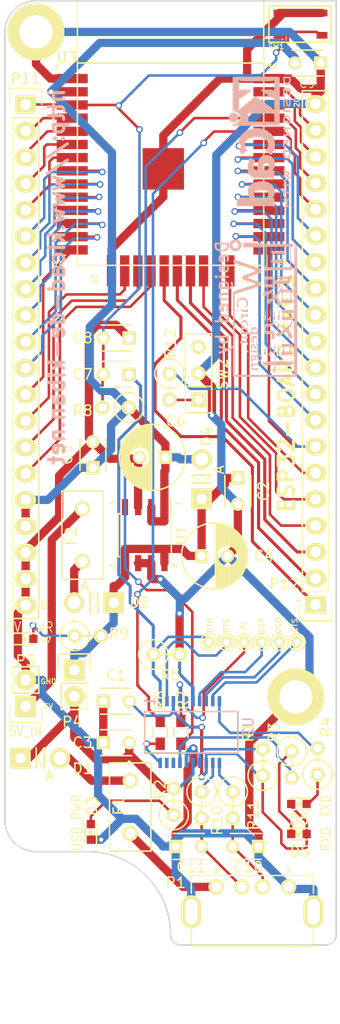
<source format=kicad_pcb>
(kicad_pcb (version 20171130) (host pcbnew "(5.1.12)-1")
  (layers (0 F.Cu signal) (31 B.Cu signal) (34 B.Paste user hide) (35 F.Paste user hide) (36 B.SilkS user hide) (37 F.SilkS user hide) (38 B.Mask user hide) (39 F.Mask user hide) (44 Edge.Cuts user))
  (net 0 "")
  (net 1 GND)
  (net 2 +5V)
  (net 3 +5VD)
  (net 4 +3V3)
  (net 5 DTR)
  (net 6 EN)
  (net 7 "Net-(C10-Pad2)")
  (net 8 "Net-(C11-Pad2)")
  (net 9 "Net-(D1-Pad2)")
  (net 10 "Net-(D2-Pad2)")
  (net 11 "Net-(D3-Pad2)")
  (net 12 "Net-(D5-Pad1)")
  (net 13 "Net-(D6-Pad1)")
  (net 14 "Net-(D7-Pad2)")
  (net 15 "Net-(F1-Pad1)")
  (net 16 "Net-(F2-Pad1)")
  (net 17 RI)
  (net 18 DCD)
  (net 19 DSR)
  (net 20 CTS)
  (net 21 RTS)
  (net 22 SENSOR_VP)
  (net 23 SENSOR_VN)
  (net 24 IO34)
  (net 25 IO35)
  (net 26 IO32)
  (net 27 IO33)
  (net 28 IO25)
  (net 29 IO26)
  (net 30 IO27)
  (net 31 IO14)
  (net 32 IO12)
  (net 33 IO13)
  (net 34 SD2)
  (net 35 SD3)
  (net 36 CMD)
  (net 37 CLK)
  (net 38 SD0)
  (net 39 SD1)
  (net 40 IO15)
  (net 41 IO2)
  (net 42 IO0)
  (net 43 IO4)
  (net 44 IO16)
  (net 45 IO17)
  (net 46 IO5)
  (net 47 IO18)
  (net 48 IO19)
  (net 49 NC)
  (net 50 IO21)
  (net 51 ESP_RXD)
  (net 52 ESP_TXD)
  (net 53 IO22)
  (net 54 IO23)
  (net 55 "Net-(R1-Pad2)")
  (net 56 "Net-(R3-Pad2)")
  (net 57 "Net-(R4-Pad2)")
  (net 58 "Net-(R6-Pad2)")
  (net 59 "Net-(R7-Pad2)")
  (net 60 "Net-(R10-Pad1)")
  (net 61 "Net-(R11-Pad1)")
  (net 62 "Net-(R12-Pad2)")
  (net 63 +3.3VP)
  (module Connect:USB_A (layer F.Cu) (at 69.4 113.4)
    (fp_text reference P1 (at -3.9 -0.4) (layer F.SilkS))
    (fp_text value USB_A)
    (pad 4 thru_hole circle (at 7 0 270) (size 1.50114 1.50114) (drill 1.00076) (layers *.Cu *.Mask F.SilkS) (net 1 GND))
    (pad 3 thru_hole circle (at 4.5 0 270) (size 1.50114 1.50114) (drill 1.00076) (layers *.Cu *.Mask F.SilkS) (net 7 "Net-(C10-Pad2)"))
    (pad 2 thru_hole circle (at 2.5 0 270) (size 1.50114 1.50114) (drill 1.00076) (layers *.Cu *.Mask F.SilkS) (net 8 "Net-(C11-Pad2)"))
    (pad 1 thru_hole circle (at 0.00086 -0.00212 270) (size 1.50114 1.50114) (drill 1.00076) (layers *.Cu *.Mask F.SilkS) (net 15 "Net-(F1-Pad1)"))
    (pad 5 thru_hole oval (at 9.4 2.4 270) (size 3.2 1.9) (drill oval 2.5 1.2) (layers *.Cu *.Mask F.SilkS) (net 1 GND))
    (pad 5 thru_hole oval (at -2.4 2.4 270) (size 3.2 1.9) (drill oval 2.5 1.2) (layers *.Cu *.Mask F.SilkS) (net 1 GND))
    (pad "" np_thru_hole circle (at 1.25 2.4 270) (size 1.3 1.3) (drill 1.3) (layers *.Cu *.Mask F.SilkS))
    (pad "" np_thru_hole circle (at 5.75 2.4 270) (size 1.3 1.3) (drill 1.3) (layers *.Cu *.Mask F.SilkS))
  )
  (module Capacitors_ThroughHole:C_Disc_D3_P2.5 (layer F.Cu) (at 58.5 95.5)
    (fp_text reference C1 (at 1.25 -2.5) (layer F.SilkS))
    (fp_text value 0.1u)
    (pad 1 thru_hole rect (at 0 0) (size 1.3 1.3) (drill 0.8) (layers *.Cu *.Mask F.SilkS) (net 1 GND))
    (pad 2 thru_hole circle (at 2.5 0) (size 1.3 1.3) (drill 0.8001) (layers *.Cu *.Mask F.SilkS) (net 63 +3.3VP))
  )
  (module Capacitors_ThroughHole:C_Disc_D3_P2.5 (layer F.Cu) (at 71.5 74 270)
    (fp_text reference C2 (at 1.25 -2.5 270) (layer F.SilkS))
    (fp_text value 0.1u)
    (pad 1 thru_hole rect (at 0 0 270) (size 1.3 1.3) (drill 0.8) (layers *.Cu *.Mask F.SilkS) (net 2 +5V))
    (pad 2 thru_hole circle (at 2.5 0 270) (size 1.3 1.3) (drill 0.8001) (layers *.Cu *.Mask F.SilkS) (net 1 GND))
  )
  (module Capacitors_ThroughHole:C_Disc_D3_P2.5 (layer F.Cu) (at 58.5 99.5)
    (fp_text reference C3 (at -2 0) (layer F.SilkS))
    (fp_text value 0.1u)
    (pad 1 thru_hole rect (at 0 0) (size 1.3 1.3) (drill 0.8) (layers *.Cu *.Mask F.SilkS) (net 1 GND))
    (pad 2 thru_hole circle (at 2.5 0) (size 1.3 1.3) (drill 0.8001) (layers *.Cu *.Mask F.SilkS) (net 3 +5VD))
  )
  (module Capacitors_ThroughHole:C_Radial_D6.3_L11.2_P2.5 (layer F.Cu) (at 68 81.5)
    (fp_text reference C4 (at 6 0) (layer F.SilkS))
    (fp_text value 100u)
    (pad 2 thru_hole circle (at 2.5 0) (size 1.3 1.3) (drill 0.8) (layers *.Cu *.Mask F.SilkS) (net 1 GND))
    (pad 1 thru_hole rect (at 0 0) (size 1.3 1.3) (drill 0.8) (layers *.Cu *.Mask F.SilkS) (net 2 +5V))
  )
  (module Capacitors_ThroughHole:C_Disc_D3_P2.5 (layer F.Cu) (at 57.5 73 90)
    (fp_text reference C5 (at 1.25 -2.5 90) (layer F.SilkS))
    (fp_text value 0.1u)
    (pad 1 thru_hole rect (at 0 0 90) (size 1.3 1.3) (drill 0.8) (layers *.Cu *.Mask F.SilkS) (net 4 +3V3))
    (pad 2 thru_hole circle (at 2.5 0 90) (size 1.3 1.3) (drill 0.8001) (layers *.Cu *.Mask F.SilkS) (net 1 GND))
  )
  (module Capacitors_ThroughHole:C_Radial_D6.3_L11.2_P2.5 (layer F.Cu) (at 64.5 72 180)
    (fp_text reference C6 (at -1 3.5 180) (layer F.SilkS))
    (fp_text value 100u)
    (pad 2 thru_hole circle (at 2.5 0 180) (size 1.3 1.3) (drill 0.8) (layers *.Cu *.Mask F.SilkS) (net 1 GND))
    (pad 1 thru_hole rect (at 0 0 180) (size 1.3 1.3) (drill 0.8) (layers *.Cu *.Mask F.SilkS) (net 4 +3V3))
  )
  (module Capacitors_ThroughHole:C_Disc_D3_P2.5 (layer F.Cu) (at 61 64 180)
    (fp_text reference C7 (at 4.5 0 180) (layer F.SilkS))
    (fp_text value 0.1u)
    (pad 1 thru_hole rect (at 0 0 180) (size 1.3 1.3) (drill 0.8) (layers *.Cu *.Mask F.SilkS) (net 5 DTR))
    (pad 2 thru_hole circle (at 2.5 0 180) (size 1.3 1.3) (drill 0.8001) (layers *.Cu *.Mask F.SilkS) (net 6 EN))
  )
  (module Capacitors_ThroughHole:C_Disc_D3_P2.5 (layer F.Cu) (at 61 60.5 180)
    (fp_text reference C8 (at 4.5 0 180) (layer F.SilkS))
    (fp_text value 0.1u)
    (pad 1 thru_hole rect (at 0 0 180) (size 1.3 1.3) (drill 0.8) (layers *.Cu *.Mask F.SilkS) (net 1 GND))
    (pad 2 thru_hole circle (at 2.5 0 180) (size 1.3 1.3) (drill 0.8001) (layers *.Cu *.Mask F.SilkS) (net 6 EN))
  )
  (module Capacitors_ThroughHole:C_Disc_D3_P2.5 (layer F.Cu) (at 79.5 34 180)
    (fp_text reference C9 (at 1.3 -2 180) (layer F.SilkS) (effects (font (size 0.8 0.8) (thickness 0.1))))
    (fp_text value 0.1u)
    (pad 1 thru_hole rect (at 0 0 180) (size 1.3 1.3) (drill 0.8) (layers *.Cu *.Mask F.SilkS) (net 1 GND))
    (pad 2 thru_hole circle (at 2.5 0 180) (size 1.3 1.3) (drill 0.8001) (layers *.Cu *.Mask F.SilkS) (net 4 +3V3))
  )
  (module Capacitors_ThroughHole:C_Disc_D3_P2.5 (layer F.Cu) (at 73.5 109.5 180)
    (fp_text reference C10 (at 1 -2 180) (layer F.SilkS))
    (fp_text value 47p)
    (pad 1 thru_hole rect (at 0 0 180) (size 1.3 1.3) (drill 0.8) (layers *.Cu *.Mask F.SilkS) (net 1 GND))
    (pad 2 thru_hole circle (at 2.5 0 180) (size 1.3 1.3) (drill 0.8001) (layers *.Cu *.Mask F.SilkS) (net 7 "Net-(C10-Pad2)"))
  )
  (module Capacitors_ThroughHole:C_Disc_D3_P2.5 (layer F.Cu) (at 65.5 109.5)
    (fp_text reference C11 (at 1.5 2) (layer F.SilkS))
    (fp_text value 47p)
    (pad 1 thru_hole rect (at 0 0) (size 1.3 1.3) (drill 0.8) (layers *.Cu *.Mask F.SilkS) (net 1 GND))
    (pad 2 thru_hole circle (at 2.5 0) (size 1.3 1.3) (drill 0.8001) (layers *.Cu *.Mask F.SilkS) (net 8 "Net-(C11-Pad2)"))
  )
  (module Diodes_ThroughHole:Diode_DO-41_SOD81_Vertical_AnodeUp (layer F.Cu) (at 50.5 101)
    (fp_text reference D1 (at 6 1) (layer F.SilkS))
    (fp_text value D)
    (fp_text user A (at 2.794 1.651) (layer F.SilkS))
    (pad 2 thru_hole circle (at 3.81 0) (size 1.99898 1.99898) (drill 1.27) (layers *.Cu *.Mask F.SilkS) (net 9 "Net-(D1-Pad2)"))
    (pad 1 thru_hole rect (at 0 0) (size 1.99898 1.99898) (drill 1.00076) (layers *.Cu *.Mask F.SilkS) (net 3 +5VD))
  )
  (module Diodes_ThroughHole:Diode_DO-41_SOD81_Vertical_AnodeUp (layer F.Cu) (at 59.5 86 180)
    (fp_text reference D2 (at -2.5 0 180) (layer F.SilkS))
    (fp_text value D)
    (fp_text user A (at 2.794 1.651 180) (layer F.SilkS))
    (pad 2 thru_hole circle (at 3.81 0 180) (size 1.99898 1.99898) (drill 1.27) (layers *.Cu *.Mask F.SilkS) (net 10 "Net-(D2-Pad2)"))
    (pad 1 thru_hole rect (at 0 0 180) (size 1.99898 1.99898) (drill 1.00076) (layers *.Cu *.Mask F.SilkS) (net 2 +5V))
  )
  (module LEDs:LED_0603 (layer F.Cu) (at 57.3 108.1 90)
    (fp_text reference D3 (at 2.5 0.1 90) (layer F.SilkS))
    (fp_text value LED)
    (pad 2 smd rect (at 0.7493 0 270) (size 0.79756 0.79756) (layers F.Cu F.Paste F.Mask) (net 11 "Net-(D3-Pad2)"))
    (pad 1 smd rect (at -0.7493 0 270) (size 0.79756 0.79756) (layers F.Cu F.Paste F.Mask) (net 1 GND))
  )
  (module Diodes_ThroughHole:Diode_DO-41_SOD81_Vertical_AnodeUp (layer F.Cu) (at 68 76 90)
    (fp_text reference D4 (at 6 0.5 90) (layer F.SilkS))
    (fp_text value D_Schottky)
    (fp_text user A (at 2.794 1.651 90) (layer F.SilkS))
    (pad 2 thru_hole circle (at 3.81 0 90) (size 1.99898 1.99898) (drill 1.27) (layers *.Cu *.Mask F.SilkS) (net 4 +3V3))
    (pad 1 thru_hole rect (at 0 0 90) (size 1.99898 1.99898) (drill 1.00076) (layers *.Cu *.Mask F.SilkS) (net 2 +5V))
  )
  (module LEDs:LED_0603 (layer F.Cu) (at 77.4 108.3)
    (fp_text reference D5 (at 0.1 1.7) (layer F.SilkS))
    (fp_text value LED)
    (pad 2 smd rect (at 0.7493 0 180) (size 0.79756 0.79756) (layers F.Cu F.Paste F.Mask) (net 63 +3.3VP))
    (pad 1 smd rect (at -0.7493 0 180) (size 0.79756 0.79756) (layers F.Cu F.Paste F.Mask) (net 12 "Net-(D5-Pad1)"))
  )
  (module LEDs:LED_0603 (layer F.Cu) (at 77.4 105.4 180)
    (fp_text reference D6 (at 0 -1.5 180) (layer F.SilkS))
    (fp_text value LED)
    (pad 2 smd rect (at 0.7493 0) (size 0.79756 0.79756) (layers F.Cu F.Paste F.Mask) (net 63 +3.3VP))
    (pad 1 smd rect (at -0.7493 0) (size 0.79756 0.79756) (layers F.Cu F.Paste F.Mask) (net 13 "Net-(D6-Pad1)"))
  )
  (module LEDs:LED_0603 (layer F.Cu) (at 51 89.5)
    (fp_text reference D7 (at 2 0.1) (layer F.SilkS) (effects (font (size 0.5 0.5) (thickness 0.1))))
    (fp_text value LED)
    (pad 2 smd rect (at 0.7493 0 180) (size 0.79756 0.79756) (layers F.Cu F.Paste F.Mask) (net 14 "Net-(D7-Pad2)"))
    (pad 1 smd rect (at -0.7493 0 180) (size 0.79756 0.79756) (layers F.Cu F.Paste F.Mask) (net 1 GND))
  )
  (module Fuse_Holders_and_Fuses:Fuse_TE5_Littlefuse-395Series (layer F.Cu) (at 61.1 105.7 90)
    (fp_text reference F1 (at 0.1 -1.1 90) (layer F.SilkS))
    (fp_text value FUSE)
    (pad 1 thru_hole circle (at -2.54 0 90) (size 1.50114 1.50114) (drill 1.00076) (layers *.Cu *.Mask F.SilkS) (net 15 "Net-(F1-Pad1)"))
    (pad 2 thru_hole circle (at 2.54 0.01016 90) (size 1.50114 1.50114) (drill 1.00076) (layers *.Cu *.Mask F.SilkS) (net 9 "Net-(D1-Pad2)"))
  )
  (module Fuse_Holders_and_Fuses:Fuse_TE5_Littlefuse-395Series (layer F.Cu) (at 56.5 79.5 270)
    (fp_text reference F2 (at 0.1 1.1 270) (layer F.SilkS))
    (fp_text value FUSE)
    (pad 1 thru_hole circle (at -2.54 0 270) (size 1.50114 1.50114) (drill 1.00076) (layers *.Cu *.Mask F.SilkS) (net 16 "Net-(F2-Pad1)"))
    (pad 2 thru_hole circle (at 2.54 0.01016 270) (size 1.50114 1.50114) (drill 1.00076) (layers *.Cu *.Mask F.SilkS) (net 10 "Net-(D2-Pad2)"))
  )
  (module Pin_Headers:Pin_Header_Straight_1x02 (layer F.Cu) (at 51 96 180)
    (fp_text reference P3 (at 0 4.4 180) (layer F.SilkS))
    (fp_text value CONN_01X02)
    (pad 1 thru_hole rect (at 0 0 180) (size 2.032 2.032) (drill 1.016) (layers *.Cu *.Mask F.SilkS) (net 16 "Net-(F2-Pad1)"))
    (pad 2 thru_hole oval (at 0 2.54 180) (size 2.032 2.032) (drill 1.016) (layers *.Cu *.Mask F.SilkS) (net 1 GND))
  )
  (module Pin_Headers:Pin_Header_Straight_1x02 (layer F.Cu) (at 55.7 92.5)
    (fp_text reference P4 (at -0.2 5) (layer F.SilkS))
    (fp_text value CONN_01X02)
    (pad 1 thru_hole rect (at 0 0) (size 2.032 2.032) (drill 1.016) (layers *.Cu *.Mask F.SilkS) (net 2 +5V))
    (pad 2 thru_hole oval (at 0 2.54) (size 2.032 2.032) (drill 1.016) (layers *.Cu *.Mask F.SilkS) (net 3 +5VD))
  )
  (module Pin_Headers:Pin_Header_Straight_1x20 (layer F.Cu) (at 51 38)
    (fp_text reference P11 (at 0 -2.5) (layer F.SilkS))
    (fp_text value CONN_01X20)
    (pad 1 thru_hole rect (at 0 0) (size 2.032 1.7272) (drill 1.016) (layers *.Cu *.Mask F.SilkS) (net 6 EN))
    (pad 2 thru_hole oval (at 0 2.54) (size 2.032 1.7272) (drill 1.016) (layers *.Cu *.Mask F.SilkS) (net 22 SENSOR_VP))
    (pad 3 thru_hole oval (at 0 5.08) (size 2.032 1.7272) (drill 1.016) (layers *.Cu *.Mask F.SilkS) (net 23 SENSOR_VN))
    (pad 4 thru_hole oval (at 0 7.62) (size 2.032 1.7272) (drill 1.016) (layers *.Cu *.Mask F.SilkS) (net 24 IO34))
    (pad 5 thru_hole oval (at 0 10.16) (size 2.032 1.7272) (drill 1.016) (layers *.Cu *.Mask F.SilkS) (net 25 IO35))
    (pad 6 thru_hole oval (at 0 12.7) (size 2.032 1.7272) (drill 1.016) (layers *.Cu *.Mask F.SilkS) (net 26 IO32))
    (pad 7 thru_hole oval (at 0 15.24) (size 2.032 1.7272) (drill 1.016) (layers *.Cu *.Mask F.SilkS) (net 27 IO33))
    (pad 8 thru_hole oval (at 0 17.78) (size 2.032 1.7272) (drill 1.016) (layers *.Cu *.Mask F.SilkS) (net 28 IO25))
    (pad 9 thru_hole oval (at 0 20.32) (size 2.032 1.7272) (drill 1.016) (layers *.Cu *.Mask F.SilkS) (net 29 IO26))
    (pad 10 thru_hole oval (at 0 22.86) (size 2.032 1.7272) (drill 1.016) (layers *.Cu *.Mask F.SilkS) (net 30 IO27))
    (pad 11 thru_hole oval (at 0 25.4) (size 2.032 1.7272) (drill 1.016) (layers *.Cu *.Mask F.SilkS) (net 31 IO14))
    (pad 12 thru_hole oval (at 0 27.94) (size 2.032 1.7272) (drill 1.016) (layers *.Cu *.Mask F.SilkS) (net 32 IO12))
    (pad 13 thru_hole oval (at 0 30.48) (size 2.032 1.7272) (drill 1.016) (layers *.Cu *.Mask F.SilkS) (net 33 IO13))
    (pad 14 thru_hole oval (at 0 33.02) (size 2.032 1.7272) (drill 1.016) (layers *.Cu *.Mask F.SilkS) (net 34 SD2))
    (pad 15 thru_hole oval (at 0 35.56) (size 2.032 1.7272) (drill 1.016) (layers *.Cu *.Mask F.SilkS) (net 35 SD3))
    (pad 16 thru_hole oval (at 0 38.1) (size 2.032 1.7272) (drill 1.016) (layers *.Cu *.Mask F.SilkS) (net 4 +3V3))
    (pad 17 thru_hole oval (at 0 40.64) (size 2.032 1.7272) (drill 1.016) (layers *.Cu *.Mask F.SilkS) (net 4 +3V3))
    (pad 18 thru_hole oval (at 0 43.18) (size 2.032 1.7272) (drill 1.016) (layers *.Cu *.Mask F.SilkS) (net 1 GND))
    (pad 19 thru_hole oval (at 0 45.72) (size 2.032 1.7272) (drill 1.016) (layers *.Cu *.Mask F.SilkS) (net 1 GND))
    (pad 20 thru_hole oval (at 0 48.26) (size 2.032 1.7272) (drill 1.016) (layers *.Cu *.Mask F.SilkS) (net 1 GND))
  )
  (module Pin_Headers:Pin_Header_Straight_1x20 (layer F.Cu) (at 79 86.2 180)
    (fp_text reference P12 (at 3 2 180) (layer F.SilkS))
    (fp_text value CONN_01X20)
    (pad 1 thru_hole rect (at 0 0 180) (size 2.032 1.7272) (drill 1.016) (layers *.Cu *.Mask F.SilkS) (net 36 CMD))
    (pad 2 thru_hole oval (at 0 2.54 180) (size 2.032 1.7272) (drill 1.016) (layers *.Cu *.Mask F.SilkS) (net 37 CLK))
    (pad 3 thru_hole oval (at 0 5.08 180) (size 2.032 1.7272) (drill 1.016) (layers *.Cu *.Mask F.SilkS) (net 38 SD0))
    (pad 4 thru_hole oval (at 0 7.62 180) (size 2.032 1.7272) (drill 1.016) (layers *.Cu *.Mask F.SilkS) (net 39 SD1))
    (pad 5 thru_hole oval (at 0 10.16 180) (size 2.032 1.7272) (drill 1.016) (layers *.Cu *.Mask F.SilkS) (net 40 IO15))
    (pad 6 thru_hole oval (at 0 12.7 180) (size 2.032 1.7272) (drill 1.016) (layers *.Cu *.Mask F.SilkS) (net 41 IO2))
    (pad 7 thru_hole oval (at 0 15.24 180) (size 2.032 1.7272) (drill 1.016) (layers *.Cu *.Mask F.SilkS) (net 42 IO0))
    (pad 8 thru_hole oval (at 0 17.78 180) (size 2.032 1.7272) (drill 1.016) (layers *.Cu *.Mask F.SilkS) (net 43 IO4))
    (pad 9 thru_hole oval (at 0 20.32 180) (size 2.032 1.7272) (drill 1.016) (layers *.Cu *.Mask F.SilkS) (net 44 IO16))
    (pad 10 thru_hole oval (at 0 22.86 180) (size 2.032 1.7272) (drill 1.016) (layers *.Cu *.Mask F.SilkS) (net 45 IO17))
    (pad 11 thru_hole oval (at 0 25.4 180) (size 2.032 1.7272) (drill 1.016) (layers *.Cu *.Mask F.SilkS) (net 46 IO5))
    (pad 12 thru_hole oval (at 0 27.94 180) (size 2.032 1.7272) (drill 1.016) (layers *.Cu *.Mask F.SilkS) (net 47 IO18))
    (pad 13 thru_hole oval (at 0 30.48 180) (size 2.032 1.7272) (drill 1.016) (layers *.Cu *.Mask F.SilkS) (net 48 IO19))
    (pad 14 thru_hole oval (at 0 33.02 180) (size 2.032 1.7272) (drill 1.016) (layers *.Cu *.Mask F.SilkS) (net 49 NC))
    (pad 15 thru_hole oval (at 0 35.56 180) (size 2.032 1.7272) (drill 1.016) (layers *.Cu *.Mask F.SilkS) (net 50 IO21))
    (pad 16 thru_hole oval (at 0 38.1 180) (size 2.032 1.7272) (drill 1.016) (layers *.Cu *.Mask F.SilkS) (net 51 ESP_RXD))
    (pad 17 thru_hole oval (at 0 40.64 180) (size 2.032 1.7272) (drill 1.016) (layers *.Cu *.Mask F.SilkS) (net 52 ESP_TXD))
    (pad 18 thru_hole oval (at 0 43.18 180) (size 2.032 1.7272) (drill 1.016) (layers *.Cu *.Mask F.SilkS) (net 53 IO22))
    (pad 19 thru_hole oval (at 0 45.72 180) (size 2.032 1.7272) (drill 1.016) (layers *.Cu *.Mask F.SilkS) (net 54 IO23))
    (pad 20 thru_hole oval (at 0 48.26 180) (size 2.032 1.7272) (drill 1.016) (layers *.Cu *.Mask F.SilkS) (net 1 GND))
  )
  (module Resistors_SMD:R_0603_HandSoldering (layer F.Cu) (at 64 98.5 270)
    (fp_text reference R6 (at -3.1 0 270) (layer F.SilkS))
    (fp_text value 0)
    (pad 1 smd rect (at -1.1 0 270) (size 1.2 0.9) (layers F.Cu F.Paste F.Mask) (net 51 ESP_RXD))
    (pad 2 smd rect (at 1.1 0 270) (size 1.2 0.9) (layers F.Cu F.Paste F.Mask) (net 58 "Net-(R6-Pad2)"))
  )
  (module Resistors_SMD:R_0603_HandSoldering (layer F.Cu) (at 66 98.5 90)
    (fp_text reference R7 (at 3.1 0.2 90) (layer F.SilkS))
    (fp_text value 0)
    (pad 1 smd rect (at -1.1 0 90) (size 1.2 0.9) (layers F.Cu F.Paste F.Mask) (net 52 ESP_TXD))
    (pad 2 smd rect (at 1.1 0 90) (size 1.2 0.9) (layers F.Cu F.Paste F.Mask) (net 59 "Net-(R7-Pad2)"))
  )
  (module Discret:R1 (layer F.Cu) (at 68 105.5 270)
    (fp_text reference R10 (at 1.5 -1.5 270) (layer F.SilkS))
    (fp_text value 27)
    (pad 1 thru_hole circle (at -1.27 0 270) (size 1.397 1.397) (drill 0.8128) (layers *.Cu *.Mask F.SilkS) (net 60 "Net-(R10-Pad1)"))
    (pad 2 thru_hole circle (at 1.27 0 270) (size 1.397 1.397) (drill 0.8128) (layers *.Cu *.Mask F.SilkS) (net 8 "Net-(C11-Pad2)"))
  )
  (module Discret:R1 (layer F.Cu) (at 71 105.5 270)
    (fp_text reference R11 (at 1 -2 270) (layer F.SilkS))
    (fp_text value 27)
    (pad 1 thru_hole circle (at -1.27 0 270) (size 1.397 1.397) (drill 0.8128) (layers *.Cu *.Mask F.SilkS) (net 61 "Net-(R11-Pad1)"))
    (pad 2 thru_hole circle (at 1.27 0 270) (size 1.397 1.397) (drill 0.8128) (layers *.Cu *.Mask F.SilkS) (net 7 "Net-(C10-Pad2)"))
  )
  (module Buttons_Switches_ThroughHole:SW_Micro_SPST (layer F.Cu) (at 67.7 63.9 90)
    (fp_text reference SW2 (at -0.1 2.3 90) (layer F.SilkS))
    (fp_text value SPST)
    (pad 1 thru_hole rect (at -2.54 0 90) (size 1.397 1.397) (drill 0.8128) (layers *.Cu *.Mask F.SilkS) (net 62 "Net-(R12-Pad2)"))
    (pad 2 thru_hole circle (at 0 0 90) (size 1.397 1.397) (drill 0.8128) (layers *.Cu *.Mask F.SilkS) (net 1 GND))
    (pad 3 thru_hole circle (at 2.54 0 90) (size 1.397 1.397) (drill 0.8128) (layers *.Cu *.Mask F.SilkS))
  )
  (module Housings_SOIC:SOIC-8_3.9x4.9mm_Pitch1.27mm (layer F.Cu) (at 62.5 79.5 270)
    (fp_text reference U1 (at 0 -3.5 270) (layer F.SilkS))
    (fp_text value LT1963A_3.3V)
    (pad 1 smd rect (at -2.7 -1.905 270) (size 1.55 0.6) (layers F.Cu F.Paste F.Mask) (net 4 +3V3))
    (pad 2 smd rect (at -2.7 -0.635 270) (size 1.55 0.6) (layers F.Cu F.Paste F.Mask) (net 4 +3V3))
    (pad 3 smd rect (at -2.7 0.635 270) (size 1.55 0.6) (layers F.Cu F.Paste F.Mask) (net 1 GND))
    (pad 4 smd rect (at -2.7 1.905 270) (size 1.55 0.6) (layers F.Cu F.Paste F.Mask))
    (pad 5 smd rect (at 2.7 1.905 270) (size 1.55 0.6) (layers F.Cu F.Paste F.Mask) (net 2 +5V))
    (pad 6 smd rect (at 2.7 0.635 270) (size 1.55 0.6) (layers F.Cu F.Paste F.Mask) (net 1 GND))
    (pad 7 smd rect (at 2.7 -0.635 270) (size 1.55 0.6) (layers F.Cu F.Paste F.Mask) (net 1 GND))
    (pad 8 smd rect (at 2.7 -1.905 270) (size 1.55 0.6) (layers F.Cu F.Paste F.Mask) (net 2 +5V))
  )
  (module userlib:FT321X_SSOP (layer B.Cu) (at 64 95.5 270)
    (fp_text reference U2 (at 2.5 -8.5 270) (layer B.SilkS) (effects (justify mirror)))
    (fp_text value FT231X)
    (fp_text user 1 (at 0 1 270) (layer B.SilkS) (effects (justify mirror)))
    (pad 1 smd rect (at 0 0 270) (size 1 0.35) (layers B.Cu B.Paste B.Mask) (net 5 DTR))
    (pad 2 smd rect (at 0 -0.65 270) (size 1 0.35) (layers B.Cu B.Paste B.Mask) (net 21 RTS))
    (pad 3 smd rect (at 0 -1.27 270) (size 1 0.35) (layers B.Cu B.Paste B.Mask) (net 63 +3.3VP))
    (pad 4 smd rect (at 0 -1.905 270) (size 1 0.35) (layers B.Cu B.Paste B.Mask) (net 59 "Net-(R7-Pad2)"))
    (pad 5 smd rect (at 0 -2.54 270) (size 1 0.35) (layers B.Cu B.Paste B.Mask) (net 17 RI))
    (pad 6 smd rect (at 0 -3.175 270) (size 1 0.35) (layers B.Cu B.Paste B.Mask) (net 1 GND))
    (pad 7 smd rect (at 0 -3.81 270) (size 1 0.35) (layers B.Cu B.Paste B.Mask) (net 19 DSR))
    (pad 8 smd rect (at 0 -4.445 270) (size 1 0.35) (layers B.Cu B.Paste B.Mask) (net 18 DCD))
    (pad 9 smd rect (at 0 -5.08 270) (size 1 0.35) (layers B.Cu B.Paste B.Mask) (net 20 CTS))
    (pad 10 smd rect (at 0 -5.715 270) (size 1 0.35) (layers B.Cu B.Paste B.Mask) (net 57 "Net-(R4-Pad2)"))
    (pad 11 smd rect (at 5.95 -5.715 270) (size 1 0.35) (layers B.Cu B.Paste B.Mask) (net 61 "Net-(R11-Pad1)"))
    (pad 12 smd rect (at 5.95 -5.08 270) (size 1 0.35) (layers B.Cu B.Paste B.Mask) (net 60 "Net-(R10-Pad1)"))
    (pad 13 smd rect (at 5.95 -4.445 270) (size 1 0.35) (layers B.Cu B.Paste B.Mask) (net 63 +3.3VP))
    (pad 14 smd rect (at 5.95 -3.81 270) (size 1 0.35) (layers B.Cu B.Paste B.Mask) (net 55 "Net-(R1-Pad2)"))
    (pad 15 smd rect (at 5.95 -3.175 270) (size 1 0.35) (layers B.Cu B.Paste B.Mask) (net 3 +5VD))
    (pad 16 smd rect (at 5.95 -2.54 270) (size 1 0.35) (layers B.Cu B.Paste B.Mask) (net 1 GND))
    (pad 17 smd rect (at 5.95 -1.905 270) (size 1 0.35) (layers B.Cu B.Paste B.Mask) (net 56 "Net-(R3-Pad2)"))
    (pad 18 smd rect (at 5.95 -1.27 270) (size 1 0.35) (layers B.Cu B.Paste B.Mask))
    (pad 19 smd rect (at 5.95 -0.635 270) (size 1 0.35) (layers B.Cu B.Paste B.Mask))
    (pad 20 smd rect (at 5.95 0 270) (size 1 0.35) (layers B.Cu B.Paste B.Mask) (net 58 "Net-(R6-Pad2)"))
  )
  (module userlib:ESP-WROOM-32 (layer F.Cu) (at 56 35.5)
    (fp_text reference U3 (at -1 -2) (layer F.SilkS))
    (fp_text value ESP-WROOM-32)
    (pad 1 smd rect (at -0.5 0) (size 3 0.9) (layers F.Cu F.Paste F.Mask) (net 1 GND))
    (pad 2 smd rect (at -0.5 1.27) (size 3 0.9) (layers F.Cu F.Paste F.Mask) (net 4 +3V3))
    (pad 3 smd rect (at -0.5 2.54) (size 3 0.9) (layers F.Cu F.Paste F.Mask) (net 6 EN))
    (pad 4 smd rect (at -0.5 3.81) (size 3 0.9) (layers F.Cu F.Paste F.Mask) (net 22 SENSOR_VP))
    (pad 5 smd rect (at -0.5 5.08) (size 3 0.9) (layers F.Cu F.Paste F.Mask) (net 23 SENSOR_VN))
    (pad 6 smd rect (at -0.5 6.35) (size 3 0.9) (layers F.Cu F.Paste F.Mask) (net 24 IO34))
    (pad 7 smd rect (at -0.5 7.62) (size 3 0.9) (layers F.Cu F.Paste F.Mask) (net 25 IO35))
    (pad 8 smd rect (at -0.5 8.89) (size 3 0.9) (layers F.Cu F.Paste F.Mask) (net 26 IO32))
    (pad 9 smd rect (at -0.5 10.16) (size 3 0.9) (layers F.Cu F.Paste F.Mask) (net 27 IO33))
    (pad 10 smd rect (at -0.5 11.43) (size 3 0.9) (layers F.Cu F.Paste F.Mask) (net 28 IO25))
    (pad 11 smd rect (at -0.5 12.7) (size 3 0.9) (layers F.Cu F.Paste F.Mask) (net 29 IO26))
    (pad 12 smd rect (at -0.5 13.97) (size 3 0.9) (layers F.Cu F.Paste F.Mask) (net 30 IO27))
    (pad 13 smd rect (at -0.5 15.24) (size 3 0.9) (layers F.Cu F.Paste F.Mask) (net 31 IO14))
    (pad 14 smd rect (at -0.5 16.51) (size 3 0.9) (layers F.Cu F.Paste F.Mask) (net 32 IO12))
    (pad 15 smd rect (at 3.3 18.5) (size 0.9 3) (layers F.Cu F.Paste F.Mask) (net 1 GND))
    (pad 16 smd rect (at 4.572 18.534) (size 0.9 3) (layers F.Cu F.Paste F.Mask) (net 33 IO13))
    (pad 17 smd rect (at 5.842 18.534) (size 0.9 3) (layers F.Cu F.Paste F.Mask) (net 34 SD2))
    (pad 18 smd rect (at 7.112 18.534) (size 0.9 3) (layers F.Cu F.Paste F.Mask) (net 35 SD3))
    (pad 19 smd rect (at 8.382 18.534) (size 0.9 3) (layers F.Cu F.Paste F.Mask) (net 36 CMD))
    (pad 20 smd rect (at 9.652 18.534) (size 0.9 3) (layers F.Cu F.Paste F.Mask) (net 37 CLK))
    (pad 21 smd rect (at 10.922 18.534) (size 0.9 3) (layers F.Cu F.Paste F.Mask) (net 38 SD0))
    (pad 22 smd rect (at 12.192 18.534) (size 0.9 3) (layers F.Cu F.Paste F.Mask) (net 39 SD1))
    (pad 23 smd rect (at 13.462 18.534) (size 0.9 3) (layers F.Cu F.Paste F.Mask) (net 40 IO15))
    (pad 24 smd rect (at 14.732 18.534) (size 0.9 3) (layers F.Cu F.Paste F.Mask) (net 41 IO2))
    (pad 25 smd rect (at 18.5 16.51) (size 3 0.9) (layers F.Cu F.Paste F.Mask) (net 42 IO0))
    (pad 26 smd rect (at 18.5 15.24) (size 3 0.9) (layers F.Cu F.Paste F.Mask) (net 43 IO4))
    (pad 27 smd rect (at 18.5 13.97) (size 3 0.9) (layers F.Cu F.Paste F.Mask) (net 44 IO16))
    (pad 28 smd rect (at 18.5 12.7) (size 3 0.9) (layers F.Cu F.Paste F.Mask) (net 45 IO17))
    (pad 29 smd rect (at 18.5 11.43) (size 3 0.9) (layers F.Cu F.Paste F.Mask) (net 46 IO5))
    (pad 30 smd rect (at 18.5 10.16) (size 3 0.9) (layers F.Cu F.Paste F.Mask) (net 47 IO18))
    (pad 31 smd rect (at 18.5 8.89) (size 3 0.9) (layers F.Cu F.Paste F.Mask) (net 48 IO19))
    (pad 32 smd rect (at 18.5 7.62) (size 3 0.9) (layers F.Cu F.Paste F.Mask) (net 49 NC))
    (pad 33 smd rect (at 18.5 6.35) (size 3 0.9) (layers F.Cu F.Paste F.Mask) (net 50 IO21))
    (pad 34 smd rect (at 18.5 5.08) (size 3 0.9) (layers F.Cu F.Paste F.Mask) (net 51 ESP_RXD))
    (pad 35 smd rect (at 18.5 3.81) (size 3 0.9) (layers F.Cu F.Paste F.Mask) (net 52 ESP_TXD))
    (pad 36 smd rect (at 18.5 2.54) (size 3 0.9) (layers F.Cu F.Paste F.Mask) (net 53 IO22))
    (pad 37 smd rect (at 18.5 1.27) (size 3 0.9) (layers F.Cu F.Paste F.Mask) (net 54 IO23))
    (pad 38 smd rect (at 18.5 0) (size 3 0.9) (layers F.Cu F.Paste F.Mask) (net 1 GND))
    (pad 1 smd rect (at 8.3 8.7) (size 4 4) (layers F.Cu F.Paste F.Mask) (net 1 GND))
  )
  (module userlib:ALPS_SMD_SW (layer F.Cu) (at 76 29.5)
    (fp_text reference SW1 (at -0.8 2.9) (layer F.SilkS) (effects (font (size 0.5 0.5) (thickness 0.1))))
    (fp_text value SW_PUSH)
    (pad 1 smd rect (at 0 0) (size 1.05 0.65) (drill (offset -0.525 -0.325)) (layers F.Cu F.Paste F.Mask) (net 1 GND))
    (pad 1 smd rect (at 3.1 0) (size 1.05 0.65) (drill (offset 0.525 -0.325)) (layers F.Cu F.Paste F.Mask) (net 1 GND))
    (pad 2 smd rect (at 0 1.5) (size 1.05 0.65) (drill (offset -0.525 0.325)) (layers F.Cu F.Paste F.Mask) (net 6 EN))
    (pad 2 smd rect (at 3.1 1.5) (size 1.05 0.65) (drill (offset 0.525 0.325)) (layers F.Cu F.Paste F.Mask) (net 6 EN))
  )
  (module Mounting_Holes:MountingHole_3.2mm_M3 (layer F.Cu) (at 52 107)
    (fp_text reference REF**_3 hide)
    (fp_text value MountingHole_3.2mm_M3)
    (pad 1 np_thru_hole circle (at 0 0) (size 3.2 3.2) (drill 3.2) (layers *.Cu *.Mask F.SilkS))
  )
  (module Mounting_Holes:MountingHole_3.2mm_M3_ISO14580_Pad (layer F.Cu) (at 77.1 95.1)
    (fp_text reference REF**_2 hide)
    (fp_text value MountingHole_3.2mm_M3_ISO14580_Pad)
    (pad 1 thru_hole circle (at 0 0) (size 5.5 5.5) (drill 3.2) (layers *.Cu *.Mask F.SilkS) (net 1 GND))
  )
  (module Mounting_Holes:MountingHole_3.2mm_M3_ISO14580_Pad (layer F.Cu) (at 52 31)
    (fp_text reference REF** hide)
    (fp_text value MountingHole_3.2mm_M3_ISO14580_Pad)
    (pad 1 thru_hole circle (at 0 0) (size 5.5 5.5) (drill 3.2) (layers *.Cu *.Mask F.SilkS) (net 1 GND))
  )
  (module Discret:R1 (layer F.Cu) (at 76.7 101.6 270)
    (fp_text reference R3 (at -3.1 1.7 270) (layer F.SilkS))
    (fp_text value 1k)
    (pad 1 thru_hole circle (at -1.27 0 270) (size 1.397 1.397) (drill 0.8128) (layers *.Cu *.Mask F.SilkS) (net 12 "Net-(D5-Pad1)"))
    (pad 2 thru_hole circle (at 1.27 0 270) (size 1.397 1.397) (drill 0.8128) (layers *.Cu *.Mask F.SilkS) (net 56 "Net-(R3-Pad2)"))
  )
  (module Discret:R1 (layer F.Cu) (at 79.2 101.3 90)
    (fp_text reference R4 (at 3.3 0.8 90) (layer F.SilkS))
    (fp_text value 1k)
    (pad 1 thru_hole circle (at -1.27 0 90) (size 1.397 1.397) (drill 0.8128) (layers *.Cu *.Mask F.SilkS) (net 13 "Net-(D6-Pad1)"))
    (pad 2 thru_hole circle (at 1.27 0 90) (size 1.397 1.397) (drill 0.8128) (layers *.Cu *.Mask F.SilkS) (net 57 "Net-(R4-Pad2)"))
  )
  (module Discret:R1 (layer F.Cu) (at 73.9 101.4 90)
    (fp_text reference R1 (at 2.9 -1.4 90) (layer F.SilkS))
    (fp_text value 10k)
    (pad 1 thru_hole circle (at -1.27 0 90) (size 1.397 1.397) (drill 0.8128) (layers *.Cu *.Mask F.SilkS) (net 63 +3.3VP))
    (pad 2 thru_hole circle (at 1.27 0 90) (size 1.397 1.397) (drill 0.8128) (layers *.Cu *.Mask F.SilkS) (net 55 "Net-(R1-Pad2)"))
  )
  (module Discret:R1 (layer F.Cu) (at 65.3 105.2 90)
    (fp_text reference R2 (at 1.2 -1.3 90) (layer F.SilkS))
    (fp_text value 1k)
    (pad 1 thru_hole circle (at -1.27 0 90) (size 1.397 1.397) (drill 0.8128) (layers *.Cu *.Mask F.SilkS) (net 11 "Net-(D3-Pad2)"))
    (pad 2 thru_hole circle (at 1.27 0 90) (size 1.397 1.397) (drill 0.8128) (layers *.Cu *.Mask F.SilkS) (net 3 +5VD))
  )
  (module Discret:R1 (layer F.Cu) (at 64.6 91)
    (fp_text reference R5 (at 0.4 2) (layer F.SilkS))
    (fp_text value 1k)
    (pad 1 thru_hole circle (at -1.27 0) (size 1.397 1.397) (drill 0.8128) (layers *.Cu *.Mask F.SilkS) (net 5 DTR))
    (pad 2 thru_hole circle (at 1.27 0) (size 1.397 1.397) (drill 0.8128) (layers *.Cu *.Mask F.SilkS) (net 1 GND))
  )
  (module Discret:R1 (layer F.Cu) (at 59.7 67.2 180)
    (fp_text reference R8 (at 3.2 -0.3 180) (layer F.SilkS))
    (fp_text value 10k)
    (pad 1 thru_hole circle (at -1.27 0 180) (size 1.397 1.397) (drill 0.8128) (layers *.Cu *.Mask F.SilkS) (net 4 +3V3))
    (pad 2 thru_hole circle (at 1.27 0 180) (size 1.397 1.397) (drill 0.8128) (layers *.Cu *.Mask F.SilkS) (net 6 EN))
  )
  (module Discret:R1 (layer F.Cu) (at 57 89.2)
    (fp_text reference R9 (at 3 -0.2) (layer F.SilkS))
    (fp_text value 1k)
    (pad 1 thru_hole circle (at -1.27 0) (size 1.397 1.397) (drill 0.8128) (layers *.Cu *.Mask F.SilkS) (net 14 "Net-(D7-Pad2)"))
    (pad 2 thru_hole circle (at 1.27 0) (size 1.397 1.397) (drill 0.8128) (layers *.Cu *.Mask F.SilkS) (net 2 +5V))
  )
  (module Discret:R1 (layer F.Cu) (at 64.9 65.2 270)
    (fp_text reference R12 (at -4.2 -0.1 270) (layer F.SilkS))
    (fp_text value 10k)
    (pad 1 thru_hole circle (at -1.27 0 270) (size 1.397 1.397) (drill 0.8128) (layers *.Cu *.Mask F.SilkS) (net 42 IO0))
    (pad 2 thru_hole circle (at 1.27 0 270) (size 1.397 1.397) (drill 0.8128) (layers *.Cu *.Mask F.SilkS) (net 62 "Net-(R12-Pad2)"))
  )
  (module Connect:PINTST (layer F.Cu) (at 72.1 89.8)
    (fp_text reference P5 hide)
    (fp_text value CONN_01X01)
    (pad 1 thru_hole circle (at 0 0) (size 1.143 1.143) (drill 0.635) (layers *.Cu *.Mask F.SilkS) (net 17 RI))
  )
  (module Connect:PINTST (layer F.Cu) (at 75.5 89.8)
    (fp_text reference P6 hide)
    (fp_text value CONN_01X01)
    (pad 1 thru_hole circle (at 0 0) (size 1.143 1.143) (drill 0.635) (layers *.Cu *.Mask F.SilkS) (net 18 DCD))
  )
  (module Connect:PINTST (layer F.Cu) (at 73.8 89.8)
    (fp_text reference P7 hide)
    (fp_text value CONN_01X01)
    (pad 1 thru_hole circle (at 0 0) (size 1.143 1.143) (drill 0.635) (layers *.Cu *.Mask F.SilkS) (net 19 DSR))
  )
  (module Connect:PINTST (layer F.Cu) (at 68.7 89.8)
    (fp_text reference P8 hide)
    (fp_text value CONN_01X01)
    (pad 1 thru_hole circle (at 0 0) (size 1.143 1.143) (drill 0.635) (layers *.Cu *.Mask F.SilkS) (net 5 DTR))
  )
  (module Connect:PINTST (layer F.Cu) (at 77.2 89.8)
    (fp_text reference P9 hide)
    (fp_text value CONN_01X01)
    (pad 1 thru_hole circle (at 0 0) (size 1.143 1.143) (drill 0.635) (layers *.Cu *.Mask F.SilkS) (net 20 CTS))
  )
  (module Connect:PINTST (layer F.Cu) (at 70.4 89.8)
    (fp_text reference P10 hide)
    (fp_text value CONN_01X01)
    (pad 1 thru_hole circle (at 0 0) (size 1.143 1.143) (drill 0.635) (layers *.Cu *.Mask F.SilkS) (net 21 RTS))
  )
  (module kicad_footprint:iw_logo (layer B.Cu) (at 74.4 57.8 270)
    (fp_text reference G*** hide)
    (fp_text value LOGO hide)
  )
  (module Symbols:KiCad-Logo2_6mm_SilkScreen (layer B.Cu) (at 73.6 41.6 270)
    (fp_text reference REF*** hide)
    (fp_text value KiCad-Logo2_6mm_SilkScreen hide)
  )
  (gr_text http://www.kicad-de-kiban.net (at 54 54.6 90) (layer B.SilkS) (effects (font (size 1.5 1.5) (thickness 0.3)) (justify mirror)))
  (gr_text "Designed by" (at 70 56.6 90) (layer B.SilkS) (effects (font (size 1.2 1.2) (thickness 0.2)) (justify mirror)))
  (gr_text "ESP32-BOARD rev.1" (at 76.2 65.8 90) (layer F.SilkS) (effects (font (size 1.5 1.5) (thickness 0.3))))
  (gr_text GND (at 53.2 93.6) (layer F.SilkS) (effects (font (size 0.5 0.5) (thickness 0.1))))
  (gr_text 5V (at 53.2 96) (layer F.SilkS) (effects (font (size 0.5 0.5) (thickness 0.1))))
  (gr_text 20 (at 77.2 37.8 90) (layer F.SilkS) (effects (font (size 0.5 0.5) (thickness 0.1))))
  (gr_text 1 (at 77.4 85.8 90) (layer F.SilkS) (effects (font (size 0.5 0.5) (thickness 0.1))))
  (gr_text 20 (at 52.8 86.2 270) (layer F.SilkS) (effects (font (size 0.5 0.5) (thickness 0.1))))
  (gr_text 1 (at 52.8 38.4 270) (layer F.SilkS) (effects (font (size 0.5 0.5) (thickness 0.1))))
  (gr_text 5V_IN (at 51 98.4) (layer F.SilkS) (effects (font (size 1 0.8) (thickness 0.1))))
  (gr_text 5V_PWR (at 51.4 88.4) (layer F.SilkS) (effects (font (size 1 0.8) (thickness 0.1))))
  (gr_text RXD (at 80 108.8 90) (layer F.SilkS) (effects (font (size 1 0.8) (thickness 0.1))))
  (gr_text TXD (at 80 105.6 90) (layer F.SilkS) (effects (font (size 1 0.8) (thickness 0.1))))
  (gr_text USB_PWR (at 56 107.2 90) (layer F.SilkS) (effects (font (size 1 0.8) (thickness 0.1))))
  (gr_text 4 (at 76.4 111.8) (layer F.SilkS) (effects (font (size 0.5 0.5) (thickness 0.1))))
  (gr_text 1 (at 69.4 111.8) (layer F.SilkS) (effects (font (size 0.5 0.5) (thickness 0.1))))
  (gr_text 38 (at 74.8 34.4) (layer F.SilkS) (effects (font (size 0.5 0.5) (thickness 0.1))))
  (gr_text 25 (at 75.8 53.2) (layer F.SilkS) (effects (font (size 0.5 0.5) (thickness 0.1))))
  (gr_text 14 (at 54.2 53.4) (layer F.SilkS) (effects (font (size 0.5 0.5) (thickness 0.1))))
  (gr_text 1 (at 54 34.4) (layer F.SilkS) (effects (font (size 0.5 0.5) (thickness 0.1))))
  (gr_text 15 (at 57.6 54.8 90) (layer F.SilkS) (effects (font (size 0.5 0.5) (thickness 0.1))))
  (gr_text 24 (at 72.2 54.8 90) (layer F.SilkS) (effects (font (size 0.5 0.5) (thickness 0.1))))
  (gr_text 8 (at 65.4 82.4 90) (layer F.SilkS) (effects (font (size 0.5 0.5) (thickness 0.1))))
  (gr_text 5 (at 59.4 82.4 90) (layer F.SilkS) (effects (font (size 0.5 0.5) (thickness 0.1))))
  (gr_text 4 (at 59.4 76.4 90) (layer F.SilkS) (effects (font (size 0.5 0.5) (thickness 0.1))))
  (gr_text 1 (at 65.8 76.4 90) (layer F.SilkS) (effects (font (size 0.5 0.5) (thickness 0.1))))
  (gr_text CTS (at 77 88.2 90) (layer F.SilkS) (effects (font (size 0.5 0.5) (thickness 0.1))))
  (gr_text DCD (at 75.4 88.2 90) (layer F.SilkS) (effects (font (size 0.5 0.5) (thickness 0.1))))
  (gr_text DSR (at 73.8 88.2 90) (layer F.SilkS) (effects (font (size 0.5 0.5) (thickness 0.1))))
  (gr_text RI (at 72 88.2 90) (layer F.SilkS) (effects (font (size 0.5 0.5) (thickness 0.1))))
  (gr_text RTS (at 70.4 88.2 90) (layer F.SilkS) (effects (font (size 0.5 0.5) (thickness 0.1))))
  (gr_text DTR (at 68.8 88.2 90) (layer F.SilkS) (effects (font (size 0.5 0.5) (thickness 0.1))))
  (gr_line (start 52 110) (end 57 110) (angle 90) (layer Edge.Cuts) (width 0.15))
  (gr_line (start 49 31) (end 49 107) (angle 90) (layer Edge.Cuts) (width 0.15))
  (gr_line (start 52 28) (end 81 28) (angle 90) (layer Edge.Cuts) (width 0.15))
  (gr_line (start 66 119) (end 76.5 119) (angle 90) (layer Edge.Cuts) (width 0.15))
  (gr_line (start 80 119) (end 76.5 119) (angle 90) (layer Edge.Cuts) (width 0.15))
  (gr_line (start 81 118) (end 81 112.5) (angle 90) (layer Edge.Cuts) (width 0.15))
  (gr_line (start 81 112) (end 81 112.5) (angle 90) (layer Edge.Cuts) (width 0.15))
  (gr_line (start 81 112) (end 81 28) (angle 90) (layer Edge.Cuts) (width 0.15))
  (gr_arc (start 57 118) (end 57 110) (angle 90) (layer Edge.Cuts) (width 0.15))
  (gr_arc (start 52 107) (end 52 110) (angle 90) (layer Edge.Cuts) (width 0.15))
  (gr_arc (start 52 31) (end 49 31) (angle 90) (layer Edge.Cuts) (width 0.15))
  (gr_arc (start 66 118) (end 66 119) (angle 90) (layer Edge.Cuts) (width 0.15))
  (gr_arc (start 80 118) (end 81 118) (angle 90) (layer Edge.Cuts) (width 0.15))
  (segment (start 73.5 109.5) (end 73.5 108.2499) (width 0.8) (layer F.Cu) (net 1))
  (segment (start 73.5 108.2499) (end 72.6013 107.3512) (width 0.8) (layer F.Cu) (net 1))
  (segment (start 72.6013 107.3512) (end 72.6013 99.5183) (width 0.8) (layer F.Cu) (net 1))
  (segment (start 72.6013 99.5183) (end 77.0196 95.1) (width 0.8) (layer F.Cu) (net 1))
  (segment (start 77.0196 95.1) (end 77.1 95.1) (width 0.8) (layer F.Cu) (net 1))
  (segment (start 78.8 115.8) (end 78.8 113.5999) (width 0.8) (layer B.Cu) (net 1))
  (segment (start 78.8 113.5999) (end 76.5999 113.5999) (width 0.8) (layer B.Cu) (net 1))
  (segment (start 76.5999 113.5999) (end 76.4 113.4) (width 0.8) (layer B.Cu) (net 1))
  (segment (start 67 115.8) (end 67 113.5999) (width 0.8) (layer B.Cu) (net 1))
  (segment (start 67 113.5999) (end 65.5 112.0999) (width 0.8) (layer B.Cu) (net 1))
  (segment (start 65.5 112.0999) (end 65.5 109.5) (width 0.8) (layer B.Cu) (net 1))
  (segment (start 60.3105 106.8377) (end 58.2989 108.8493) (width 0.8) (layer B.Cu) (net 1))
  (segment (start 64.2499 109.5) (end 64.2499 109.4219) (width 0.8) (layer B.Cu) (net 1))
  (segment (start 64.2499 109.4219) (end 61.6657 106.8377) (width 0.8) (layer B.Cu) (net 1))
  (segment (start 61.6657 106.8377) (end 60.3105 106.8377) (width 0.8) (layer B.Cu) (net 1))
  (segment (start 57.9325 99.5) (end 58.0024 99.5699) (width 0.8) (layer B.Cu) (net 1))
  (segment (start 58.0024 99.5699) (end 58.0025 99.5699) (width 0.8) (layer B.Cu) (net 1))
  (segment (start 58.0025 99.5699) (end 58.0025 104.5297) (width 0.8) (layer B.Cu) (net 1))
  (segment (start 58.0025 104.5297) (end 60.3105 106.8377) (width 0.8) (layer B.Cu) (net 1))
  (segment (start 57.9325 99.5) (end 57.2499 99.5) (width 0.8) (layer B.Cu) (net 1))
  (segment (start 58.5 99.5) (end 57.9325 99.5) (width 0.8) (layer B.Cu) (net 1))
  (segment (start 65.8993 85.6147) (end 64.0251 83.7405) (width 0.8) (layer B.Cu) (net 1))
  (segment (start 70.5 81.5) (end 66.3853 85.6147) (width 0.8) (layer B.Cu) (net 1))
  (segment (start 66.3853 85.6147) (end 65.8993 85.6147) (width 0.8) (layer B.Cu) (net 1))
  (segment (start 65.8993 85.6147) (end 65.8993 87.0176) (width 0.8) (layer B.Cu) (net 1))
  (segment (start 65.8993 87.0176) (end 65.87 87.0469) (width 0.8) (layer B.Cu) (net 1))
  (segment (start 64.0251 83.7405) (end 63.3004 83.7405) (width 0.8) (layer F.Cu) (net 1))
  (segment (start 63.3004 83.7405) (end 63.135 83.5751) (width 0.8) (layer F.Cu) (net 1))
  (segment (start 63.135 82.2) (end 63.135 83.5751) (width 0.8) (layer F.Cu) (net 1))
  (segment (start 58.5 99.5) (end 58.5 95.5) (width 0.8) (layer F.Cu) (net 1))
  (segment (start 57.5 70.5) (end 54.2365 73.7635) (width 0.8) (layer F.Cu) (net 1))
  (segment (start 54.2365 73.7635) (end 54.2365 77.7175) (width 0.8) (layer F.Cu) (net 1))
  (segment (start 54.2365 77.7175) (end 51 80.954) (width 0.8) (layer F.Cu) (net 1))
  (segment (start 51 80.954) (end 51 81.18) (width 0.8) (layer F.Cu) (net 1))
  (segment (start 61 60.5) (end 59.7297 59.2297) (width 0.8) (layer F.Cu) (net 1))
  (segment (start 59.7297 59.2297) (end 57.949 59.2297) (width 0.8) (layer F.Cu) (net 1))
  (segment (start 57.949 59.2297) (end 57.1116 60.0671) (width 0.8) (layer F.Cu) (net 1))
  (segment (start 57.1116 60.0671) (end 57.1116 70.1116) (width 0.8) (layer F.Cu) (net 1))
  (segment (start 57.1116 70.1116) (end 57.5 70.5) (width 0.8) (layer F.Cu) (net 1))
  (segment (start 79 37.94) (end 74.3378 37.94) (width 0.8) (layer B.Cu) (net 1))
  (segment (start 74.3378 37.94) (end 69.4169 42.8609) (width 0.8) (layer B.Cu) (net 1))
  (segment (start 69.4169 42.8609) (end 69.4169 62.1831) (width 0.8) (layer B.Cu) (net 1))
  (segment (start 69.4169 62.1831) (end 67.7 63.9) (width 0.8) (layer B.Cu) (net 1))
  (segment (start 73.5 109.5) (end 73.5 110.7501) (width 0.8) (layer B.Cu) (net 1))
  (segment (start 73.5 110.7501) (end 73.7501 110.7501) (width 0.8) (layer B.Cu) (net 1))
  (segment (start 73.7501 110.7501) (end 76.4 113.4) (width 0.8) (layer B.Cu) (net 1))
  (segment (start 64.875 109.5) (end 66.1376 108.2374) (width 0.8) (layer B.Cu) (net 1))
  (segment (start 66.1376 108.2374) (end 72.2374 108.2374) (width 0.8) (layer B.Cu) (net 1))
  (segment (start 72.2374 108.2374) (end 73.5 109.5) (width 0.8) (layer B.Cu) (net 1))
  (segment (start 64.875 109.5) (end 64.2499 109.5) (width 0.8) (layer B.Cu) (net 1))
  (segment (start 65.5 109.5) (end 64.875 109.5) (width 0.8) (layer B.Cu) (net 1))
  (segment (start 70.5 81.5) (end 71.5 80.5) (width 0.8) (layer F.Cu) (net 1))
  (segment (start 71.5 80.5) (end 71.5 76.5) (width 0.8) (layer F.Cu) (net 1))
  (segment (start 61.865 72.135) (end 62 72) (width 0.8) (layer F.Cu) (net 1))
  (segment (start 61.865 76.8) (end 61.865 72.135) (width 0.8) (layer F.Cu) (net 1))
  (segment (start 61.865 72.135) (end 59.135 72.135) (width 0.8) (layer F.Cu) (net 1))
  (segment (start 59.135 72.135) (end 57.5 70.5) (width 0.8) (layer F.Cu) (net 1))
  (segment (start 57.3 108.8493) (end 58.2989 108.8493) (width 0.8) (layer F.Cu) (net 1))
  (segment (start 51 93.46) (end 52.6161 93.46) (width 0.8) (layer B.Cu) (net 1))
  (segment (start 52.6161 93.46) (end 52.6161 94.8662) (width 0.8) (layer B.Cu) (net 1))
  (segment (start 52.6161 94.8662) (end 57.2499 99.5) (width 0.8) (layer B.Cu) (net 1))
  (segment (start 51 93.46) (end 51 91.8439) (width 0.8) (layer F.Cu) (net 1))
  (segment (start 51 91.8439) (end 50.2507 91.0946) (width 0.8) (layer F.Cu) (net 1))
  (segment (start 50.2507 91.0946) (end 50.2507 89.5) (width 0.8) (layer F.Cu) (net 1))
  (segment (start 51 86.26) (end 50.2507 87.0093) (width 0.8) (layer F.Cu) (net 1))
  (segment (start 50.2507 87.0093) (end 50.2507 89.5) (width 0.8) (layer F.Cu) (net 1))
  (segment (start 51 86.26) (end 51 83.72) (width 0.8) (layer F.Cu) (net 1))
  (segment (start 51 83.72) (end 51 81.18) (width 0.8) (layer F.Cu) (net 1))
  (segment (start 79 37.2081) (end 79.5 36.7081) (width 0.8) (layer F.Cu) (net 1))
  (segment (start 79.5 36.7081) (end 79.5 34) (width 0.8) (layer F.Cu) (net 1))
  (segment (start 79 37.2081) (end 79 36.4763) (width 0.8) (layer F.Cu) (net 1))
  (segment (start 79 37.94) (end 79 37.2081) (width 0.8) (layer F.Cu) (net 1))
  (segment (start 65.87 91) (end 65.87 87.0469) (width 0.8) (layer F.Cu) (net 1))
  (segment (start 67.7 63.9) (end 68.9987 65.1987) (width 0.8) (layer F.Cu) (net 1))
  (segment (start 68.9987 65.1987) (end 68.9987 67.9463) (width 0.8) (layer F.Cu) (net 1))
  (segment (start 71.5 76.5) (end 69.906 74.906) (width 0.8) (layer B.Cu) (net 1))
  (segment (start 69.906 74.906) (end 69.906 68.8536) (width 0.8) (layer B.Cu) (net 1))
  (segment (start 69.906 68.8536) (end 68.9987 67.9463) (width 0.8) (layer B.Cu) (net 1))
  (segment (start 63.135 82.2) (end 61.865 82.2) (width 0.8) (layer F.Cu) (net 1))
  (segment (start 66.54 101.45) (end 66.54 100.575) (width 0.3498) (layer B.Cu) (net 1))
  (segment (start 67.2116 100.0382) (end 67.2116 101.5079) (width 0.8) (layer F.Cu) (net 1))
  (segment (start 67.2116 101.5079) (end 66.65 102.0695) (width 0.8) (layer F.Cu) (net 1))
  (segment (start 66.65 102.0695) (end 66.65 107.0999) (width 0.8) (layer F.Cu) (net 1))
  (segment (start 66.65 107.0999) (end 65.5 108.2499) (width 0.8) (layer F.Cu) (net 1))
  (segment (start 66.9 100.3498) (end 67.2116 100.0382) (width 0.8) (layer B.Cu) (net 1))
  (segment (start 65.5 109.5) (end 65.5 108.2499) (width 0.8) (layer F.Cu) (net 1))
  (segment (start 66.9 100.3498) (end 66.6748 100.575) (width 0.3498) (layer B.Cu) (net 1))
  (segment (start 66.6748 100.575) (end 66.54 100.575) (width 0.3498) (layer B.Cu) (net 1))
  (segment (start 52 31) (end 76.5 31) (width 0.8) (layer B.Cu) (net 1))
  (segment (start 76.5 31) (end 79.5 34) (width 0.8) (layer B.Cu) (net 1))
  (segment (start 64.3 44.2) (end 64.3 40.9777) (width 0.8) (layer F.Cu) (net 1))
  (segment (start 64.3 40.9777) (end 69.7777 35.5) (width 0.8) (layer F.Cu) (net 1))
  (segment (start 69.7777 35.5) (end 72.3999 35.5) (width 0.8) (layer F.Cu) (net 1))
  (segment (start 59.3 51.8999) (end 64.3 46.8999) (width 0.8) (layer F.Cu) (net 1))
  (segment (start 64.3 46.8999) (end 64.3 44.2) (width 0.8) (layer F.Cu) (net 1))
  (segment (start 74.5 35.5) (end 76.6001 35.5) (width 0.8) (layer F.Cu) (net 1))
  (segment (start 76.6001 35.5) (end 77.5764 36.4763) (width 0.8) (layer F.Cu) (net 1))
  (segment (start 77.5764 36.4763) (end 79 36.4763) (width 0.8) (layer F.Cu) (net 1))
  (segment (start 73.45 35.5) (end 74.5 35.5) (width 0.8) (layer F.Cu) (net 1))
  (segment (start 73.45 35.5) (end 72.3999 35.5) (width 0.8) (layer F.Cu) (net 1))
  (segment (start 59.3 54) (end 59.3 51.8999) (width 0.8) (layer F.Cu) (net 1))
  (segment (start 76.4909 29.175) (end 75.9014 29.175) (width 0.8) (layer F.Cu) (net 1))
  (segment (start 75.9014 29.175) (end 72.3999 32.6765) (width 0.8) (layer F.Cu) (net 1))
  (segment (start 72.3999 32.6765) (end 72.3999 35.5) (width 0.8) (layer F.Cu) (net 1))
  (segment (start 76.4909 29.175) (end 75.475 29.175) (width 0.8) (layer F.Cu) (net 1))
  (segment (start 79.625 29.175) (end 76.4909 29.175) (width 0.8) (layer F.Cu) (net 1))
  (segment (start 77.1 95.1) (end 78.4203 93.7797) (width 0.8) (layer B.Cu) (net 1))
  (segment (start 78.4203 93.7797) (end 78.4203 89.3268) (width 0.8) (layer B.Cu) (net 1))
  (segment (start 78.4203 89.3268) (end 70.5935 81.5) (width 0.8) (layer B.Cu) (net 1))
  (segment (start 70.5935 81.5) (end 70.5 81.5) (width 0.8) (layer B.Cu) (net 1))
  (segment (start 55.5 35.5) (end 53.3999 35.5) (width 0.8) (layer F.Cu) (net 1))
  (segment (start 52 31) (end 52 34.1001) (width 0.8) (layer F.Cu) (net 1))
  (segment (start 52 34.1001) (end 53.3999 35.5) (width 0.8) (layer F.Cu) (net 1))
  (via (at 64.0251 83.7405) (size 0.65) (layers F.Cu B.Cu) (net 1))
  (via (at 58.2989 108.8493) (size 0.65) (layers F.Cu B.Cu) (net 1))
  (via (at 65.87 87.0469) (size 0.65) (layers F.Cu B.Cu) (net 1))
  (via (at 68.9987 67.9463) (size 0.65) (layers F.Cu B.Cu) (net 1))
  (via (at 67.2116 100.0382) (size 0.65) (layers F.Cu B.Cu) (net 1))
  (segment (start 65.87 92.870998) (end 65.87 91) (width 0.3) (layer B.Cu) (net 1))
  (segment (start 67.175 94.175998) (end 65.87 92.870998) (width 0.3) (layer B.Cu) (net 1))
  (segment (start 67.175 95.5) (end 67.175 94.175998) (width 0.3) (layer B.Cu) (net 1))
  (segment (start 71.5 74) (end 70.2499 74) (width 0.8) (layer F.Cu) (net 2))
  (segment (start 68 76.8495) (end 70.2499 74.5996) (width 0.8) (layer F.Cu) (net 2))
  (segment (start 70.2499 74.5996) (end 70.2499 74) (width 0.8) (layer F.Cu) (net 2))
  (segment (start 68 76.8495) (end 68 76) (width 0.8) (layer F.Cu) (net 2))
  (segment (start 68 81.5) (end 68 76.8495) (width 0.8) (layer F.Cu) (net 2))
  (segment (start 60.595 82.2) (end 60.595 80.8249) (width 0.8) (layer F.Cu) (net 2))
  (segment (start 60.595 80.8249) (end 64.405 80.8249) (width 0.8) (layer F.Cu) (net 2))
  (segment (start 60.595 82.8875) (end 60.595 82.2) (width 0.8) (layer F.Cu) (net 2))
  (segment (start 60.595 82.8875) (end 60.595 83.5751) (width 0.8) (layer F.Cu) (net 2))
  (segment (start 55.7 92.5) (end 55.7 90.8839) (width 0.8) (layer B.Cu) (net 2))
  (segment (start 55.7 90.8839) (end 56.5861 90.8839) (width 0.8) (layer B.Cu) (net 2))
  (segment (start 56.5861 90.8839) (end 58.27 89.2) (width 0.8) (layer B.Cu) (net 2))
  (segment (start 58.27 89.2) (end 59.5 87.97) (width 0.8) (layer B.Cu) (net 2))
  (segment (start 59.5 87.97) (end 59.5 86) (width 0.8) (layer B.Cu) (net 2))
  (segment (start 59.5 86) (end 59.5 84.4004) (width 0.8) (layer F.Cu) (net 2))
  (segment (start 60.595 83.5751) (end 59.7697 84.4004) (width 0.8) (layer F.Cu) (net 2))
  (segment (start 59.7697 84.4004) (end 59.5 84.4004) (width 0.8) (layer F.Cu) (net 2))
  (segment (start 68 81.5) (end 66.7499 81.5) (width 0.8) (layer F.Cu) (net 2))
  (segment (start 64.405 82.2) (end 64.405 80.8249) (width 0.8) (layer F.Cu) (net 2))
  (segment (start 64.405 80.8249) (end 66.0748 80.8249) (width 0.8) (layer F.Cu) (net 2))
  (segment (start 66.0748 80.8249) (end 66.7499 81.5) (width 0.8) (layer F.Cu) (net 2))
  (segment (start 61 100.6) (end 64.33 103.93) (width 0.8) (layer F.Cu) (net 3))
  (segment (start 64.33 103.93) (end 65.3 103.93) (width 0.8) (layer F.Cu) (net 3))
  (segment (start 61 99.5) (end 61 100.6) (width 0.8) (layer F.Cu) (net 3))
  (segment (start 55.7 96.6) (end 55.7 95.04) (width 0.8) (layer F.Cu) (net 3))
  (segment (start 50.5 101) (end 51.3 101) (width 0.8) (layer F.Cu) (net 3))
  (segment (start 51.3 101) (end 55.7 96.6) (width 0.8) (layer F.Cu) (net 3))
  (segment (start 55.7 95.04) (end 55.7 96.6) (width 0.8) (layer F.Cu) (net 3))
  (segment (start 65.3 103.93) (end 65.77 103.93) (width 0.3) (layer B.Cu) (net 3))
  (segment (start 65.77 103.93) (end 67.175 102.525) (width 0.3) (layer B.Cu) (net 3))
  (segment (start 67.175 102.525) (end 67.175 101.45) (width 0.3) (layer B.Cu) (net 3))
  (segment (start 55.7 96.6) (end 55.7 99) (width 0.8) (layer F.Cu) (net 3))
  (segment (start 55.7 99) (end 57.8 101.1) (width 0.8) (layer F.Cu) (net 3))
  (segment (start 57.8 101.1) (end 60.5 101.1) (width 0.8) (layer F.Cu) (net 3))
  (segment (start 60.5 101.1) (end 61 100.6) (width 0.8) (layer F.Cu) (net 3))
  (segment (start 53.4636 36.7486) (end 59.3388 42.6238) (width 0.8) (layer B.Cu) (net 4))
  (segment (start 59.3388 42.6238) (end 59.3388 57.2837) (width 0.8) (layer B.Cu) (net 4))
  (segment (start 59.3388 57.2837) (end 57.1952 59.4273) (width 0.8) (layer B.Cu) (net 4))
  (segment (start 57.1952 59.4273) (end 57.1952 64.4861) (width 0.8) (layer B.Cu) (net 4))
  (segment (start 57.1952 64.4861) (end 58.3098 65.6007) (width 0.8) (layer B.Cu) (net 4))
  (segment (start 58.3098 65.6007) (end 59.3707 65.6007) (width 0.8) (layer B.Cu) (net 4))
  (segment (start 59.3707 65.6007) (end 60.97 67.2) (width 0.8) (layer B.Cu) (net 4))
  (segment (start 64.5 72) (end 64.5 70.73) (width 0.8) (layer F.Cu) (net 4))
  (segment (start 64.5 70.73) (end 60.97 67.2) (width 0.8) (layer F.Cu) (net 4))
  (segment (start 64.5 72.625) (end 64.5 72) (width 0.8) (layer F.Cu) (net 4))
  (segment (start 64.5 72.625) (end 64.5 73.2501) (width 0.8) (layer F.Cu) (net 4))
  (segment (start 64.5 72) (end 65.7501 72) (width 0.8) (layer B.Cu) (net 4))
  (segment (start 68 72.19) (end 65.9401 72.19) (width 0.8) (layer B.Cu) (net 4))
  (segment (start 65.9401 72.19) (end 65.7501 72) (width 0.8) (layer B.Cu) (net 4))
  (segment (start 57.5 73) (end 56.2499 73) (width 0.8) (layer B.Cu) (net 4))
  (segment (start 51 76.1) (end 53.1499 76.1) (width 0.8) (layer B.Cu) (net 4))
  (segment (start 53.1499 76.1) (end 56.2499 73) (width 0.8) (layer B.Cu) (net 4))
  (segment (start 51 78.64) (end 51 76.1) (width 0.8) (layer F.Cu) (net 4))
  (segment (start 60.97 67.2) (end 59.2498 68.9202) (width 0.8) (layer B.Cu) (net 4))
  (segment (start 59.2498 68.9202) (end 59.2498 71.2502) (width 0.8) (layer B.Cu) (net 4))
  (segment (start 59.2498 71.2502) (end 57.5 73) (width 0.8) (layer B.Cu) (net 4))
  (segment (start 64.405 76.8) (end 64.405 73.3451) (width 0.8) (layer F.Cu) (net 4))
  (segment (start 64.405 73.3451) (end 64.5 73.2501) (width 0.8) (layer F.Cu) (net 4))
  (segment (start 64.405 77.4875) (end 64.405 76.8) (width 0.8) (layer F.Cu) (net 4))
  (segment (start 64.405 77.4875) (end 64.405 78.1751) (width 0.8) (layer F.Cu) (net 4))
  (segment (start 63.135 76.8) (end 63.135 78.1751) (width 0.8) (layer F.Cu) (net 4))
  (segment (start 63.135 78.1751) (end 64.405 78.1751) (width 0.8) (layer F.Cu) (net 4))
  (segment (start 55.5 36.77) (end 53.485 36.77) (width 0.8) (layer F.Cu) (net 4))
  (segment (start 53.485 36.77) (end 53.4636 36.7486) (width 0.8) (layer F.Cu) (net 4))
  (segment (start 77 34) (end 77 33.4853) (width 0.8) (layer B.Cu) (net 4))
  (segment (start 77 33.4853) (end 75.5728 32.0581) (width 0.8) (layer B.Cu) (net 4))
  (segment (start 75.5728 32.0581) (end 58.1541 32.0581) (width 0.8) (layer B.Cu) (net 4))
  (segment (start 58.1541 32.0581) (end 53.4636 36.7486) (width 0.8) (layer B.Cu) (net 4))
  (via (at 53.4636 36.7486) (size 0.65) (layers F.Cu B.Cu) (net 4))
  (segment (start 63.33 91) (end 63.33 92.93) (width 0.3) (layer B.Cu) (net 5))
  (segment (start 63.33 92.93) (end 64 93.6) (width 0.3) (layer B.Cu) (net 5))
  (segment (start 64 93.6) (end 64 95.5) (width 0.3) (layer B.Cu) (net 5))
  (segment (start 63.33 91) (end 63.33 88.23) (width 0.3) (layer B.Cu) (net 5))
  (segment (start 63.33 88.23) (end 61.1 86) (width 0.3) (layer B.Cu) (net 5))
  (segment (start 61.1 86) (end 61.1 84.4) (width 0.3) (layer B.Cu) (net 5))
  (segment (start 61.1 84.4) (end 60 83.3) (width 0.3) (layer B.Cu) (net 5))
  (segment (start 60 83.3) (end 60 70.3) (width 0.3) (layer B.Cu) (net 5))
  (segment (start 60 70.3) (end 62.1 68.2) (width 0.3) (layer B.Cu) (net 5))
  (segment (start 62.1 68.2) (end 62.1 65.1) (width 0.3) (layer B.Cu) (net 5))
  (segment (start 62.1 65.1) (end 61 64) (width 0.3) (layer B.Cu) (net 5))
  (segment (start 63.33 91) (end 63.5 91) (width 0.25) (layer B.Cu) (net 5))
  (segment (start 63.33 91) (end 63.33 90.77) (width 0.25) (layer B.Cu) (net 5))
  (segment (start 63.33 90.77) (end 64.8 89.3) (width 0.25) (layer B.Cu) (net 5))
  (segment (start 64.8 89.3) (end 68.2 89.3) (width 0.25) (layer B.Cu) (net 5))
  (segment (start 68.2 89.3) (end 68.7 89.8) (width 0.25) (layer B.Cu) (net 5))
  (segment (start 79.625 31.325) (end 79.425 31.325) (width 0.25) (layer F.Cu) (net 6))
  (segment (start 79.425 31.325) (end 79.1 31) (width 0.25) (layer F.Cu) (net 6))
  (segment (start 76 32.2) (end 76.3251 31.8749) (width 0.25) (layer F.Cu) (net 6))
  (segment (start 76.3251 31.8749) (end 76.3251 31.325) (width 0.25) (layer F.Cu) (net 6))
  (segment (start 76 32.2) (end 76 31) (width 0.25) (layer F.Cu) (net 6))
  (segment (start 76 31) (end 79.1 31) (width 0.25) (layer F.Cu) (net 6))
  (segment (start 75.2 33) (end 76 32.2) (width 0.25) (layer F.Cu) (net 6))
  (segment (start 75.475 31.325) (end 76.3251 31.325) (width 0.25) (layer F.Cu) (net 6))
  (segment (start 58.5 60.5) (end 58.5 64) (width 0.25) (layer F.Cu) (net 6))
  (segment (start 51 38) (end 55.46 38) (width 0.25) (layer F.Cu) (net 6))
  (segment (start 55.46 38) (end 55.5 38.04) (width 0.25) (layer F.Cu) (net 6))
  (segment (start 60 38.1) (end 62.9 35.2) (width 0.25) (layer B.Cu) (net 6))
  (segment (start 62.9 35.2) (end 73.7 35.2) (width 0.25) (layer B.Cu) (net 6))
  (segment (start 73.7 35.2) (end 75.2 33.7) (width 0.25) (layer B.Cu) (net 6))
  (segment (start 75.2 33.7) (end 75.2 33) (width 0.25) (layer B.Cu) (net 6))
  (segment (start 55.5 38.04) (end 59.94 38.04) (width 0.25) (layer F.Cu) (net 6))
  (segment (start 59.94 38.04) (end 60 38.1) (width 0.25) (layer F.Cu) (net 6))
  (segment (start 58.5 60.5) (end 58.5 59.2) (width 0.25) (layer B.Cu) (net 6))
  (segment (start 58.5 59.2) (end 62 55.7) (width 0.25) (layer B.Cu) (net 6))
  (segment (start 62 55.7) (end 62 40.4) (width 0.25) (layer B.Cu) (net 6))
  (segment (start 62 40.4) (end 60 38.4) (width 0.25) (layer F.Cu) (net 6))
  (segment (start 60 38.4) (end 60 38.1) (width 0.25) (layer F.Cu) (net 6))
  (segment (start 58.43 67.2) (end 58.43 64.07) (width 0.25) (layer F.Cu) (net 6))
  (segment (start 58.43 64.07) (end 58.5 64) (width 0.25) (layer F.Cu) (net 6))
  (via (at 75.2 33) (size 0.65) (layers F.Cu B.Cu) (net 6))
  (via (at 60 38.1) (size 0.65) (layers F.Cu B.Cu) (net 6))
  (via (at 62 40.4) (size 0.65) (layers F.Cu B.Cu) (net 6))
  (segment (start 73.9 113.4) (end 73.9 112.4) (width 0.25) (layer F.Cu) (net 7))
  (segment (start 73.9 112.4) (end 71 109.5) (width 0.25) (layer F.Cu) (net 7))
  (segment (start 71 109.5) (end 71 106.77) (width 0.25) (layer F.Cu) (net 7))
  (segment (start 71.9 113.4) (end 68 109.5) (width 0.25) (layer F.Cu) (net 8))
  (segment (start 68 109.5) (end 68 106.77) (width 0.25) (layer F.Cu) (net 8))
  (segment (start 54.31 101) (end 55.2 101) (width 0.8) (layer F.Cu) (net 9))
  (segment (start 55.2 101) (end 57.36 103.16) (width 0.8) (layer F.Cu) (net 9))
  (segment (start 57.36 103.16) (end 61.1102 103.16) (width 0.8) (layer F.Cu) (net 9))
  (segment (start 56.4898 82.04) (end 55.69 82.8398) (width 0.8) (layer F.Cu) (net 10))
  (segment (start 55.69 82.8398) (end 55.69 86) (width 0.8) (layer F.Cu) (net 10))
  (segment (start 57.3 107.3507) (end 57.3 106.6) (width 0.25) (layer F.Cu) (net 11))
  (segment (start 57.3 106.6) (end 58.8 105.1) (width 0.25) (layer F.Cu) (net 11))
  (segment (start 58.8 105.1) (end 63.93 105.1) (width 0.25) (layer F.Cu) (net 11))
  (segment (start 63.93 105.1) (end 65.3 106.47) (width 0.25) (layer F.Cu) (net 11))
  (segment (start 57.3 107.351) (end 57.3 107.3507) (width 0.25) (layer F.Cu) (net 11))
  (segment (start 76.6 100.635) (end 76.7 100.535) (width 0.25) (layer B.Cu) (net 12))
  (segment (start 76.7 100.535) (end 76.7 100.33) (width 0.25) (layer B.Cu) (net 12))
  (segment (start 76.6 100.635) (end 76.6 100.6) (width 0.3) (layer B.Cu) (net 12))
  (segment (start 76.6 100.67) (end 76.6 100.635) (width 0.3) (layer B.Cu) (net 12))
  (segment (start 76.6507 108.3) (end 76.6507 107.251) (width 0.25) (layer F.Cu) (net 12))
  (segment (start 76.6507 107.251) (end 75.5 106.1) (width 0.25) (layer F.Cu) (net 12))
  (segment (start 75.5 106.1) (end 75.5 101.53) (width 0.25) (layer F.Cu) (net 12))
  (segment (start 75.5 101.53) (end 76.7 100.33) (width 0.25) (layer F.Cu) (net 12))
  (segment (start 78.1493 105.4) (end 78.3 105.4) (width 0.25) (layer F.Cu) (net 13))
  (segment (start 78.3 105.4) (end 79.2 104.5) (width 0.25) (layer F.Cu) (net 13))
  (segment (start 79.2 104.5) (end 79.2 102.57) (width 0.25) (layer F.Cu) (net 13))
  (segment (start 55.73 89.2) (end 52.7 89.2) (width 0.25) (layer B.Cu) (net 14))
  (segment (start 52.7 89.2) (end 51.7 88.2) (width 0.25) (layer B.Cu) (net 14))
  (segment (start 51.7 88.2) (end 51.7493 88.2493) (width 0.25) (layer F.Cu) (net 14))
  (segment (start 51.7493 88.2493) (end 51.7493 89.5) (width 0.25) (layer F.Cu) (net 14))
  (via (at 51.7 88.2) (size 0.65) (layers F.Cu B.Cu) (net 14))
  (segment (start 69.4008 113.398) (end 69.4009 113.3979) (width 0.8) (layer F.Cu) (net 15))
  (segment (start 69.4008 113.398) (end 69.4009 113.398) (width 0.8) (layer F.Cu) (net 15))
  (segment (start 61.1 108.24) (end 61.1 108.3) (width 0.8) (layer F.Cu) (net 15))
  (segment (start 61.1 108.3) (end 66.1979 113.398) (width 0.8) (layer F.Cu) (net 15))
  (segment (start 66.1979 113.398) (end 69.4008 113.398) (width 0.8) (layer F.Cu) (net 15))
  (segment (start 51 96) (end 53.5239 93.4761) (width 0.8) (layer F.Cu) (net 16))
  (segment (start 53.5239 93.4761) (end 53.5239 79.9361) (width 0.8) (layer F.Cu) (net 16))
  (segment (start 53.5239 79.9361) (end 56.5 76.96) (width 0.8) (layer F.Cu) (net 16))
  (segment (start 66.54 95.5) (end 66.54 96.14) (width 0.25) (layer B.Cu) (net 17))
  (segment (start 66.54 96.14) (end 67.5 97.1) (width 0.25) (layer B.Cu) (net 17))
  (segment (start 67.5 97.1) (end 68.1 97.1) (width 0.25) (layer B.Cu) (net 17))
  (segment (start 68.1 97.1) (end 68.2 97) (width 0.25) (layer F.Cu) (net 17))
  (segment (start 68.2 97) (end 68.2 94.7) (width 0.25) (layer F.Cu) (net 17))
  (segment (start 68.2 94.7) (end 72.1 90.8) (width 0.25) (layer F.Cu) (net 17))
  (segment (start 72.1 90.8) (end 72.1 89.8) (width 0.25) (layer F.Cu) (net 17))
  (via (at 68.1 97.1) (size 0.65) (layers F.Cu B.Cu) (net 17))
  (segment (start 68.445 95.5) (end 68.445 94.855) (width 0.25) (layer B.Cu) (net 18))
  (segment (start 68.445 94.855) (end 70.1 93.2) (width 0.25) (layer B.Cu) (net 18))
  (segment (start 70.1 93.2) (end 73.1 93.2) (width 0.25) (layer B.Cu) (net 18))
  (segment (start 73.1 93.2) (end 75.5 90.8) (width 0.25) (layer B.Cu) (net 18))
  (segment (start 75.5 90.8) (end 75.5 89.8) (width 0.25) (layer B.Cu) (net 18))
  (segment (start 67.81 95.5) (end 67.81 94.79) (width 0.25) (layer B.Cu) (net 19))
  (segment (start 67.81 94.79) (end 69.9 92.7) (width 0.25) (layer B.Cu) (net 19))
  (segment (start 69.9 92.7) (end 72.2 92.7) (width 0.25) (layer B.Cu) (net 19))
  (segment (start 72.2 92.7) (end 73.8 91.1) (width 0.25) (layer B.Cu) (net 19))
  (segment (start 73.8 91.1) (end 73.8 89.8) (width 0.25) (layer B.Cu) (net 19))
  (segment (start 69.08 95.5) (end 69.08 94.92) (width 0.25) (layer B.Cu) (net 20))
  (segment (start 69.08 94.92) (end 70.3 93.7) (width 0.25) (layer B.Cu) (net 20))
  (segment (start 70.3 93.7) (end 73.3 93.7) (width 0.25) (layer B.Cu) (net 20))
  (segment (start 73.3 93.7) (end 77.2 89.8) (width 0.25) (layer B.Cu) (net 20))
  (segment (start 70.4 89.8) (end 70.4 90.1) (width 0.25) (layer B.Cu) (net 21))
  (segment (start 70.4 90.1) (end 69.4 91.1) (width 0.25) (layer B.Cu) (net 21))
  (segment (start 69.4 91.1) (end 67.7 91.1) (width 0.25) (layer B.Cu) (net 21))
  (segment (start 67.7 91.1) (end 66.4 89.8) (width 0.25) (layer B.Cu) (net 21))
  (segment (start 66.4 89.8) (end 65.3 89.8) (width 0.25) (layer B.Cu) (net 21))
  (segment (start 65.3 89.8) (end 64.65 90.45) (width 0.25) (layer B.Cu) (net 21))
  (segment (start 64.65 90.45) (end 64.65 95.5) (width 0.25) (layer B.Cu) (net 21))
  (segment (start 51 40.54) (end 51.46 40.54) (width 0.25) (layer F.Cu) (net 22))
  (segment (start 51.46 40.54) (end 52.69 39.31) (width 0.25) (layer F.Cu) (net 22))
  (segment (start 52.69 39.31) (end 55.5 39.31) (width 0.25) (layer F.Cu) (net 22))
  (segment (start 51 43.08) (end 51 42.7) (width 0.25) (layer F.Cu) (net 23))
  (segment (start 51 42.7) (end 53.12 40.58) (width 0.25) (layer F.Cu) (net 23))
  (segment (start 53.12 40.58) (end 55.5 40.58) (width 0.25) (layer F.Cu) (net 23))
  (segment (start 51 45.62) (end 51.08 45.62) (width 0.25) (layer F.Cu) (net 24))
  (segment (start 51.08 45.62) (end 52.8 43.9) (width 0.25) (layer F.Cu) (net 24))
  (segment (start 52.8 43.9) (end 52.8 42.1) (width 0.25) (layer F.Cu) (net 24))
  (segment (start 52.8 42.1) (end 53.05 41.85) (width 0.25) (layer F.Cu) (net 24))
  (segment (start 53.05 41.85) (end 55.5 41.85) (width 0.25) (layer F.Cu) (net 24))
  (segment (start 51 48.16) (end 51 48.1) (width 0.25) (layer F.Cu) (net 25))
  (segment (start 51 48.1) (end 53.3 45.8) (width 0.25) (layer F.Cu) (net 25))
  (segment (start 53.3 45.8) (end 53.3 43.5) (width 0.25) (layer F.Cu) (net 25))
  (segment (start 53.3 43.5) (end 53.68 43.12) (width 0.25) (layer F.Cu) (net 25))
  (segment (start 53.68 43.12) (end 55.5 43.12) (width 0.25) (layer F.Cu) (net 25))
  (segment (start 55.5 44.39) (end 58.29 44.39) (width 0.25) (layer F.Cu) (net 26))
  (segment (start 58.29 44.39) (end 58.4 44.5) (width 0.25) (layer F.Cu) (net 26))
  (segment (start 58.4 44.5) (end 53.5 44.5) (width 0.25) (layer B.Cu) (net 26))
  (segment (start 53.5 44.5) (end 52.8 45.2) (width 0.25) (layer B.Cu) (net 26))
  (segment (start 52.8 45.2) (end 52.8 48.9) (width 0.25) (layer B.Cu) (net 26))
  (segment (start 52.8 48.9) (end 51 50.7) (width 0.25) (layer B.Cu) (net 26))
  (via (at 58.4 44.5) (size 0.65) (layers F.Cu B.Cu) (net 26))
  (segment (start 55.5 45.66) (end 58.16 45.66) (width 0.25) (layer F.Cu) (net 27))
  (segment (start 58.16 45.66) (end 58.2 45.7) (width 0.25) (layer F.Cu) (net 27))
  (segment (start 58.2 45.7) (end 53.5 45.7) (width 0.25) (layer B.Cu) (net 27))
  (segment (start 53.5 45.7) (end 53.3 45.9) (width 0.25) (layer B.Cu) (net 27))
  (segment (start 53.3 45.9) (end 53.3 49.4) (width 0.25) (layer B.Cu) (net 27))
  (segment (start 53.3 49.4) (end 52.4 50.3) (width 0.25) (layer B.Cu) (net 27))
  (segment (start 52.4 50.3) (end 52.4 51.84) (width 0.25) (layer B.Cu) (net 27))
  (segment (start 52.4 51.84) (end 51 53.24) (width 0.25) (layer B.Cu) (net 27))
  (via (at 58.2 45.7) (size 0.65) (layers F.Cu B.Cu) (net 27))
  (segment (start 55.5 46.93) (end 58.07 46.93) (width 0.25) (layer F.Cu) (net 28))
  (segment (start 58.07 46.93) (end 58.1 46.9) (width 0.25) (layer F.Cu) (net 28))
  (segment (start 58.1 46.9) (end 58 47) (width 0.25) (layer B.Cu) (net 28))
  (segment (start 58 47) (end 54.65 47) (width 0.25) (layer B.Cu) (net 28))
  (segment (start 54.65 47) (end 53.8 47.85) (width 0.25) (layer B.Cu) (net 28))
  (segment (start 53.8 47.85) (end 53.8 49.6) (width 0.25) (layer B.Cu) (net 28))
  (segment (start 53.8 49.6) (end 52.9 50.5) (width 0.25) (layer B.Cu) (net 28))
  (segment (start 52.9 50.5) (end 52.9 52.6) (width 0.25) (layer B.Cu) (net 28))
  (segment (start 52.9 52.6) (end 52.4 53.1) (width 0.25) (layer B.Cu) (net 28))
  (segment (start 52.4 53.1) (end 52.4 54.38) (width 0.25) (layer B.Cu) (net 28))
  (segment (start 52.4 54.38) (end 51 55.78) (width 0.25) (layer B.Cu) (net 28))
  (via (at 58.1 46.9) (size 0.65) (layers F.Cu B.Cu) (net 28))
  (segment (start 55.5 48.2) (end 57.9 48.2) (width 0.25) (layer F.Cu) (net 29))
  (segment (start 57.9 48.2) (end 58 48.3) (width 0.25) (layer F.Cu) (net 29))
  (segment (start 58 48.3) (end 54.7 48.3) (width 0.25) (layer B.Cu) (net 29))
  (segment (start 54.7 48.3) (end 54.3 48.7) (width 0.25) (layer B.Cu) (net 29))
  (segment (start 54.3 48.7) (end 54.3 49.85) (width 0.25) (layer B.Cu) (net 29))
  (segment (start 54.3 49.85) (end 53.4 50.75) (width 0.25) (layer B.Cu) (net 29))
  (segment (start 53.4 50.75) (end 53.4 54.5) (width 0.25) (layer B.Cu) (net 29))
  (segment (start 53.4 54.5) (end 52.4 55.5) (width 0.25) (layer B.Cu) (net 29))
  (segment (start 52.4 55.5) (end 52.4 56.92) (width 0.25) (layer B.Cu) (net 29))
  (segment (start 52.4 56.92) (end 51 58.32) (width 0.25) (layer B.Cu) (net 29))
  (via (at 58 48.3) (size 0.65) (layers F.Cu B.Cu) (net 29))
  (segment (start 55.5 49.47) (end 58.27 49.47) (width 0.25) (layer F.Cu) (net 30))
  (segment (start 58.27 49.47) (end 58.4 49.6) (width 0.25) (layer F.Cu) (net 30))
  (segment (start 58.4 49.6) (end 58.3 49.5) (width 0.25) (layer B.Cu) (net 30))
  (segment (start 58.3 49.5) (end 55.75 49.5) (width 0.25) (layer B.Cu) (net 30))
  (segment (start 55.75 49.5) (end 53.9 51.35) (width 0.25) (layer B.Cu) (net 30))
  (segment (start 53.9 51.35) (end 53.9 57.96) (width 0.25) (layer B.Cu) (net 30))
  (segment (start 53.9 57.96) (end 51 60.86) (width 0.25) (layer B.Cu) (net 30))
  (via (at 58.4 49.6) (size 0.65) (layers F.Cu B.Cu) (net 30))
  (segment (start 55.5 50.74) (end 57.84 50.74) (width 0.25) (layer F.Cu) (net 31))
  (segment (start 57.84 50.74) (end 57.9 50.8) (width 0.25) (layer F.Cu) (net 31))
  (segment (start 57.9 50.8) (end 57.8 50.9) (width 0.25) (layer B.Cu) (net 31))
  (segment (start 57.8 50.9) (end 55.65 50.9) (width 0.25) (layer B.Cu) (net 31))
  (segment (start 55.65 50.9) (end 54.4 52.15) (width 0.25) (layer B.Cu) (net 31))
  (segment (start 54.4 52.15) (end 54.4 58.5) (width 0.25) (layer B.Cu) (net 31))
  (segment (start 54.4 58.5) (end 52.6 60.3) (width 0.25) (layer B.Cu) (net 31))
  (segment (start 52.6 60.3) (end 52.6 61.8) (width 0.25) (layer B.Cu) (net 31))
  (segment (start 52.6 61.8) (end 51 63.4) (width 0.25) (layer B.Cu) (net 31))
  (via (at 57.9 50.8) (size 0.65) (layers F.Cu B.Cu) (net 31))
  (segment (start 55.5 52.01) (end 55.5 52.1) (width 0.25) (layer F.Cu) (net 32))
  (segment (start 55.5 52.1) (end 52.7 54.9) (width 0.25) (layer F.Cu) (net 32))
  (segment (start 52.7 54.9) (end 52.7 64.24) (width 0.25) (layer F.Cu) (net 32))
  (segment (start 52.7 64.24) (end 51 65.94) (width 0.25) (layer F.Cu) (net 32))
  (segment (start 51 68.48) (end 51 68.2) (width 0.25) (layer F.Cu) (net 33))
  (segment (start 60.572 54.034) (end 60.572 55.828) (width 0.25) (layer F.Cu) (net 33))
  (segment (start 60.572 55.828) (end 60.1 56.3) (width 0.25) (layer F.Cu) (net 33))
  (segment (start 60.1 56.3) (end 54.95 56.3) (width 0.25) (layer F.Cu) (net 33))
  (segment (start 54.95 56.3) (end 53.25 58) (width 0.25) (layer F.Cu) (net 33))
  (segment (start 53.25 58) (end 53.25 66.23) (width 0.25) (layer F.Cu) (net 33))
  (segment (start 53.25 66.23) (end 51 68.48) (width 0.25) (layer F.Cu) (net 33))
  (segment (start 61.842 54.034) (end 61.842 55.858) (width 0.25) (layer F.Cu) (net 34))
  (segment (start 61.842 55.858) (end 60.8 56.9) (width 0.25) (layer F.Cu) (net 34))
  (segment (start 60.8 56.9) (end 55.45 56.9) (width 0.25) (layer F.Cu) (net 34))
  (segment (start 55.45 56.9) (end 53.7 58.65) (width 0.25) (layer F.Cu) (net 34))
  (segment (start 53.7 58.65) (end 53.7 68.32) (width 0.25) (layer F.Cu) (net 34))
  (segment (start 53.7 68.32) (end 51 71.02) (width 0.25) (layer F.Cu) (net 34))
  (segment (start 63.112 54.034) (end 63.112 55.488) (width 0.25) (layer F.Cu) (net 35))
  (segment (start 63.112 55.488) (end 61.1 57.5) (width 0.25) (layer F.Cu) (net 35))
  (segment (start 61.1 57.5) (end 55.9 57.5) (width 0.25) (layer F.Cu) (net 35))
  (segment (start 55.9 57.5) (end 54.3 59.1) (width 0.25) (layer F.Cu) (net 35))
  (segment (start 54.3 59.1) (end 54.3 70.26) (width 0.25) (layer F.Cu) (net 35))
  (segment (start 54.3 70.26) (end 51 73.56) (width 0.25) (layer F.Cu) (net 35))
  (segment (start 64.382 54.034) (end 64.382 56.882) (width 0.3) (layer F.Cu) (net 36))
  (segment (start 64.382 56.882) (end 66 58.5) (width 0.3) (layer F.Cu) (net 36))
  (segment (start 66 58.5) (end 66 60.5) (width 0.3) (layer F.Cu) (net 36))
  (segment (start 66 60.5) (end 63.5 63) (width 0.3) (layer F.Cu) (net 36))
  (segment (start 63.5 63) (end 63.5 67.5) (width 0.3) (layer F.Cu) (net 36))
  (segment (start 63.5 67.5) (end 66 70) (width 0.3) (layer F.Cu) (net 36))
  (segment (start 66 70) (end 70 70) (width 0.3) (layer F.Cu) (net 36))
  (segment (start 70 70) (end 72.9 72.9) (width 0.3) (layer F.Cu) (net 36))
  (segment (start 72.9 72.9) (end 72.9 80.1) (width 0.3) (layer F.Cu) (net 36))
  (segment (start 72.9 80.1) (end 79 86.2) (width 0.3) (layer F.Cu) (net 36))
  (segment (start 65.652 54.034) (end 65.652 56.852) (width 0.3) (layer F.Cu) (net 37))
  (segment (start 65.652 56.852) (end 69.9 61.1) (width 0.3) (layer F.Cu) (net 37))
  (segment (start 69.9 61.1) (end 69.9 68.9) (width 0.3) (layer F.Cu) (net 37))
  (segment (start 69.9 68.9) (end 73.5 72.5) (width 0.3) (layer F.Cu) (net 37))
  (segment (start 73.5 72.5) (end 73.5 78.8) (width 0.3) (layer F.Cu) (net 37))
  (segment (start 73.5 78.8) (end 78.36 83.66) (width 0.3) (layer F.Cu) (net 37))
  (segment (start 78.36 83.66) (end 79 83.66) (width 0.3) (layer F.Cu) (net 37))
  (segment (start 66.922 54.034) (end 66.922 57.122) (width 0.3) (layer F.Cu) (net 38))
  (segment (start 66.922 57.122) (end 70.4 60.6) (width 0.3) (layer F.Cu) (net 38))
  (segment (start 70.4 60.6) (end 70.4 68.5) (width 0.3) (layer F.Cu) (net 38))
  (segment (start 70.4 68.5) (end 74.1 72.2) (width 0.3) (layer F.Cu) (net 38))
  (segment (start 74.1 72.2) (end 74.1 78) (width 0.3) (layer F.Cu) (net 38))
  (segment (start 74.1 78) (end 77.22 81.12) (width 0.3) (layer F.Cu) (net 38))
  (segment (start 77.22 81.12) (end 79 81.12) (width 0.3) (layer F.Cu) (net 38))
  (segment (start 68.192 54.034) (end 68.192 57.492) (width 0.25) (layer F.Cu) (net 39))
  (segment (start 68.192 57.492) (end 71 60.3) (width 0.25) (layer F.Cu) (net 39))
  (segment (start 71 60.3) (end 71 68.2) (width 0.25) (layer F.Cu) (net 39))
  (segment (start 71 68.2) (end 74.6 71.8) (width 0.25) (layer F.Cu) (net 39))
  (segment (start 74.6 71.8) (end 74.6 77.5) (width 0.25) (layer F.Cu) (net 39))
  (segment (start 74.6 77.5) (end 75.68 78.58) (width 0.25) (layer F.Cu) (net 39))
  (segment (start 75.68 78.58) (end 79 78.58) (width 0.25) (layer F.Cu) (net 39))
  (segment (start 69.462 54.034) (end 69.462 57.962) (width 0.25) (layer F.Cu) (net 40))
  (segment (start 69.462 57.962) (end 71.7 60.2) (width 0.25) (layer F.Cu) (net 40))
  (segment (start 71.7 60.2) (end 71.7 68.1) (width 0.25) (layer F.Cu) (net 40))
  (segment (start 71.7 68.1) (end 75.2 71.6) (width 0.25) (layer F.Cu) (net 40))
  (segment (start 75.2 71.6) (end 75.2 75.3) (width 0.25) (layer F.Cu) (net 40))
  (segment (start 75.2 75.3) (end 75.94 76.04) (width 0.25) (layer F.Cu) (net 40))
  (segment (start 75.94 76.04) (end 79 76.04) (width 0.25) (layer F.Cu) (net 40))
  (segment (start 70.732 54.034) (end 70.732 58.332) (width 0.25) (layer F.Cu) (net 41))
  (segment (start 70.732 58.332) (end 72.5 60.1) (width 0.25) (layer F.Cu) (net 41))
  (segment (start 72.5 60.1) (end 72.5 68.2) (width 0.25) (layer F.Cu) (net 41))
  (segment (start 72.5 68.2) (end 77.8 73.5) (width 0.25) (layer F.Cu) (net 41))
  (segment (start 77.8 73.5) (end 79 73.5) (width 0.25) (layer F.Cu) (net 41))
  (segment (start 74.5 52.01) (end 74.5 68.5) (width 0.25) (layer F.Cu) (net 42))
  (segment (start 74.5 68.5) (end 76.96 70.96) (width 0.25) (layer F.Cu) (net 42))
  (segment (start 76.96 70.96) (end 79 70.96) (width 0.25) (layer F.Cu) (net 42))
  (segment (start 64.9 63.93) (end 65.43 63.93) (width 0.25) (layer B.Cu) (net 42))
  (segment (start 65.43 63.93) (end 66.9 65.4) (width 0.25) (layer B.Cu) (net 42))
  (segment (start 66.9 65.4) (end 71.7 65.4) (width 0.25) (layer B.Cu) (net 42))
  (segment (start 71.7 65.4) (end 77.26 70.96) (width 0.25) (layer B.Cu) (net 42))
  (segment (start 77.26 70.96) (end 79 70.96) (width 0.25) (layer B.Cu) (net 42))
  (segment (start 74.5 50.74) (end 71.34 50.74) (width 0.25) (layer F.Cu) (net 43))
  (segment (start 71.34 50.74) (end 71.3 50.7) (width 0.25) (layer F.Cu) (net 43))
  (segment (start 71.3 50.7) (end 73.1 50.7) (width 0.25) (layer B.Cu) (net 43))
  (segment (start 73.1 50.7) (end 73.6 51.2) (width 0.25) (layer B.Cu) (net 43))
  (segment (start 73.6 51.2) (end 73.6 63.02) (width 0.25) (layer B.Cu) (net 43))
  (segment (start 73.6 63.02) (end 79 68.42) (width 0.25) (layer B.Cu) (net 43))
  (via (at 71.3 50.7) (size 0.65) (layers F.Cu B.Cu) (net 43))
  (segment (start 74.5 49.47) (end 71.13 49.47) (width 0.25) (layer F.Cu) (net 44))
  (segment (start 71.13 49.47) (end 71.1 49.5) (width 0.25) (layer F.Cu) (net 44))
  (segment (start 71.1 49.5) (end 73.3 49.5) (width 0.25) (layer B.Cu) (net 44))
  (segment (start 73.3 49.5) (end 74.2 50.4) (width 0.25) (layer B.Cu) (net 44))
  (segment (start 74.2 50.4) (end 74.2 61.08) (width 0.25) (layer B.Cu) (net 44))
  (segment (start 74.2 61.08) (end 79 65.88) (width 0.25) (layer B.Cu) (net 44))
  (via (at 71.1 49.5) (size 0.65) (layers F.Cu B.Cu) (net 44))
  (segment (start 74.5 48.2) (end 71.3 48.2) (width 0.25) (layer F.Cu) (net 45))
  (segment (start 71.3 48.2) (end 71.2 48.3) (width 0.25) (layer F.Cu) (net 45))
  (segment (start 71.2 48.3) (end 74 48.3) (width 0.25) (layer B.Cu) (net 45))
  (segment (start 74 48.3) (end 74.75 49.05) (width 0.25) (layer B.Cu) (net 45))
  (segment (start 74.75 49.05) (end 74.75 59.09) (width 0.25) (layer B.Cu) (net 45))
  (segment (start 74.75 59.09) (end 79 63.34) (width 0.25) (layer B.Cu) (net 45))
  (via (at 71.2 48.3) (size 0.65) (layers F.Cu B.Cu) (net 45))
  (segment (start 74.5 46.93) (end 71.53 46.93) (width 0.25) (layer F.Cu) (net 46))
  (segment (start 71.53 46.93) (end 71.5 46.9) (width 0.25) (layer F.Cu) (net 46))
  (segment (start 71.5 46.9) (end 74.2 46.9) (width 0.25) (layer B.Cu) (net 46))
  (segment (start 74.2 46.9) (end 75.2 47.9) (width 0.25) (layer B.Cu) (net 46))
  (segment (start 75.2 47.9) (end 75.2 57) (width 0.25) (layer B.Cu) (net 46))
  (segment (start 75.2 57) (end 79 60.8) (width 0.25) (layer B.Cu) (net 46))
  (via (at 71.5 46.9) (size 0.65) (layers F.Cu B.Cu) (net 46))
  (segment (start 74.5 45.66) (end 71.94 45.66) (width 0.25) (layer F.Cu) (net 47))
  (segment (start 71.94 45.66) (end 71.9 45.7) (width 0.25) (layer F.Cu) (net 47))
  (segment (start 71.9 45.7) (end 75 45.7) (width 0.25) (layer B.Cu) (net 47))
  (segment (start 75 45.7) (end 75.7 46.4) (width 0.25) (layer B.Cu) (net 47))
  (segment (start 75.7 46.4) (end 75.7 54.96) (width 0.25) (layer B.Cu) (net 47))
  (segment (start 75.7 54.96) (end 79 58.26) (width 0.25) (layer B.Cu) (net 47))
  (via (at 71.9 45.7) (size 0.65) (layers F.Cu B.Cu) (net 47))
  (segment (start 74.5 44.39) (end 71.51 44.39) (width 0.25) (layer F.Cu) (net 48))
  (segment (start 71.51 44.39) (end 71.5 44.4) (width 0.25) (layer F.Cu) (net 48))
  (segment (start 71.5 44.4) (end 71.6 44.5) (width 0.25) (layer B.Cu) (net 48))
  (segment (start 71.6 44.5) (end 75.35 44.5) (width 0.25) (layer B.Cu) (net 48))
  (segment (start 75.35 44.5) (end 76.3 45.45) (width 0.25) (layer B.Cu) (net 48))
  (segment (start 76.3 45.45) (end 76.3 53.02) (width 0.25) (layer B.Cu) (net 48))
  (segment (start 76.3 53.02) (end 79 55.72) (width 0.25) (layer B.Cu) (net 48))
  (via (at 71.5 44.4) (size 0.65) (layers F.Cu B.Cu) (net 48))
  (segment (start 74.5 43.12) (end 71.68 43.12) (width 0.25) (layer F.Cu) (net 49))
  (segment (start 71.68 43.12) (end 71.5 43.3) (width 0.25) (layer F.Cu) (net 49))
  (segment (start 71.5 43.3) (end 71.6 43.2) (width 0.25) (layer B.Cu) (net 49))
  (segment (start 71.6 43.2) (end 76.25 43.2) (width 0.25) (layer B.Cu) (net 49))
  (segment (start 76.25 43.2) (end 76.8 43.75) (width 0.25) (layer B.Cu) (net 49))
  (segment (start 76.8 43.75) (end 76.8 50.98) (width 0.25) (layer B.Cu) (net 49))
  (segment (start 76.8 50.98) (end 79 53.18) (width 0.25) (layer B.Cu) (net 49))
  (via (at 71.5 43.3) (size 0.65) (layers F.Cu B.Cu) (net 49))
  (segment (start 74.5 41.85) (end 71.75 41.85) (width 0.25) (layer F.Cu) (net 50))
  (segment (start 71.75 41.85) (end 71.6 42) (width 0.25) (layer F.Cu) (net 50))
  (segment (start 71.6 42) (end 71.7 41.9) (width 0.25) (layer B.Cu) (net 50))
  (segment (start 71.7 41.9) (end 76.1 41.9) (width 0.25) (layer B.Cu) (net 50))
  (segment (start 76.1 41.9) (end 77.3 43.1) (width 0.25) (layer B.Cu) (net 50))
  (segment (start 77.3 43.1) (end 77.3 48.94) (width 0.25) (layer B.Cu) (net 50))
  (segment (start 77.3 48.94) (end 79 50.64) (width 0.25) (layer B.Cu) (net 50))
  (via (at 71.6 42) (size 0.65) (layers F.Cu B.Cu) (net 50))
  (segment (start 74.5 40.58) (end 75.83 40.58) (width 0.25) (layer F.Cu) (net 51))
  (segment (start 75.83 40.58) (end 76.6 41.35) (width 0.25) (layer F.Cu) (net 51))
  (segment (start 76.6 41.35) (end 76.6 42.5) (width 0.25) (layer F.Cu) (net 51))
  (segment (start 76.6 42.5) (end 77 42.9) (width 0.25) (layer F.Cu) (net 51))
  (segment (start 77 42.9) (end 77 44.6) (width 0.25) (layer F.Cu) (net 51))
  (segment (start 77 44.6) (end 77.5 45.1) (width 0.25) (layer F.Cu) (net 51))
  (segment (start 77.5 45.1) (end 77.5 46.6) (width 0.25) (layer F.Cu) (net 51))
  (segment (start 77.5 46.6) (end 79 48.1) (width 0.25) (layer F.Cu) (net 51))
  (segment (start 64 97.4) (end 64 97.25) (width 0.25) (layer F.Cu) (net 51))
  (segment (start 74.5 40.58) (end 74.48 40.6) (width 0.25) (layer F.Cu) (net 51))
  (segment (start 74.48 40.6) (end 69.2 40.6) (width 0.25) (layer F.Cu) (net 51))
  (segment (start 69.2 40.6) (end 68.2 41.6) (width 0.25) (layer F.Cu) (net 51))
  (segment (start 68.2 41.6) (end 68.2 41.7) (width 0.25) (layer F.Cu) (net 51))
  (segment (start 61.8 85.2) (end 61.8 94) (width 0.25) (layer F.Cu) (net 51))
  (segment (start 61.8 94) (end 61.9 94) (width 0.25) (layer F.Cu) (net 51))
  (segment (start 61.9 94) (end 61.9 94.1) (width 0.25) (layer F.Cu) (net 51))
  (segment (start 61.9 94.1) (end 62.9 95.1) (width 0.25) (layer F.Cu) (net 51))
  (segment (start 62.9 95.1) (end 62.9 96.3) (width 0.25) (layer F.Cu) (net 51))
  (segment (start 62.9 96.3) (end 64 97.4) (width 0.25) (layer F.Cu) (net 51))
  (segment (start 68.2 41.7) (end 63.3 46.6) (width 0.25) (layer B.Cu) (net 51))
  (segment (start 63.3 46.6) (end 63.3 83.7) (width 0.25) (layer B.Cu) (net 51))
  (segment (start 63.3 83.7) (end 61.8 85.2) (width 0.25) (layer B.Cu) (net 51))
  (via (at 68.2 41.7) (size 0.65) (layers F.Cu B.Cu) (net 51))
  (via (at 61.8 85.2) (size 0.65) (layers F.Cu B.Cu) (net 51))
  (segment (start 74.5 39.31) (end 76.01 39.31) (width 0.25) (layer F.Cu) (net 52))
  (segment (start 76.01 39.31) (end 77.1 40.4) (width 0.25) (layer F.Cu) (net 52))
  (segment (start 77.1 40.4) (end 77.1 42.2) (width 0.25) (layer F.Cu) (net 52))
  (segment (start 77.1 42.2) (end 77.5 42.6) (width 0.25) (layer F.Cu) (net 52))
  (segment (start 77.5 42.6) (end 77.5 44.06) (width 0.25) (layer F.Cu) (net 52))
  (segment (start 77.5 44.06) (end 79 45.56) (width 0.25) (layer F.Cu) (net 52))
  (segment (start 74.5 39.31) (end 67.29 39.31) (width 0.25) (layer F.Cu) (net 52))
  (segment (start 67.29 39.31) (end 65.9 40.7) (width 0.25) (layer F.Cu) (net 52))
  (segment (start 65.9 40.7) (end 62.6 44) (width 0.25) (layer B.Cu) (net 52))
  (segment (start 62.6 44) (end 62.6 69.3) (width 0.25) (layer B.Cu) (net 52))
  (segment (start 62.6 69.3) (end 60.6 71.3) (width 0.25) (layer B.Cu) (net 52))
  (segment (start 60.6 71.3) (end 60.6 82.7) (width 0.25) (layer B.Cu) (net 52))
  (segment (start 60.6 82.7) (end 61.9 84) (width 0.25) (layer B.Cu) (net 52))
  (segment (start 61.9 84) (end 62.7 84.8) (width 0.25) (layer F.Cu) (net 52))
  (segment (start 62.7 84.8) (end 65 84.8) (width 0.25) (layer F.Cu) (net 52))
  (segment (start 65 84.8) (end 67.1 86.9) (width 0.25) (layer F.Cu) (net 52))
  (segment (start 67.1 86.9) (end 67.1 98.5) (width 0.25) (layer F.Cu) (net 52))
  (segment (start 67.1 98.5) (end 66 99.6) (width 0.25) (layer F.Cu) (net 52))
  (via (at 65.9 40.7) (size 0.65) (layers F.Cu B.Cu) (net 52))
  (via (at 61.9 84) (size 0.65) (layers F.Cu B.Cu) (net 52))
  (segment (start 74.5 38.04) (end 76.74 38.04) (width 0.25) (layer F.Cu) (net 53))
  (segment (start 76.74 38.04) (end 77 38.3) (width 0.25) (layer F.Cu) (net 53))
  (segment (start 77 38.3) (end 77 39.6) (width 0.25) (layer F.Cu) (net 53))
  (segment (start 77 39.6) (end 77.6 40.2) (width 0.25) (layer F.Cu) (net 53))
  (segment (start 77.6 40.2) (end 77.6 41.62) (width 0.25) (layer F.Cu) (net 53))
  (segment (start 77.6 41.62) (end 79 43.02) (width 0.25) (layer F.Cu) (net 53))
  (segment (start 74.5 36.77) (end 76.27 36.77) (width 0.25) (layer F.Cu) (net 54))
  (segment (start 76.27 36.77) (end 77.5 38) (width 0.25) (layer F.Cu) (net 54))
  (segment (start 77.5 38) (end 77.5 38.98) (width 0.25) (layer F.Cu) (net 54))
  (segment (start 77.5 38.98) (end 79 40.48) (width 0.25) (layer F.Cu) (net 54))
  (segment (start 73.9 100.13) (end 68.27 100.13) (width 0.25) (layer B.Cu) (net 55))
  (segment (start 68.27 100.13) (end 67.81 100.59) (width 0.25) (layer B.Cu) (net 55))
  (segment (start 67.81 100.59) (end 67.81 101.45) (width 0.25) (layer B.Cu) (net 55))
  (segment (start 76.7 102.87) (end 76.7 102.2) (width 0.25) (layer B.Cu) (net 56))
  (segment (start 76.7 102.2) (end 75.3 100.8) (width 0.25) (layer B.Cu) (net 56))
  (segment (start 75.3 100.8) (end 75.3 99.8) (width 0.25) (layer B.Cu) (net 56))
  (segment (start 75.3 99.8) (end 74.5 99) (width 0.25) (layer B.Cu) (net 56))
  (segment (start 74.5 99) (end 66.8 99) (width 0.25) (layer B.Cu) (net 56))
  (segment (start 66.8 99) (end 65.905 99.895) (width 0.25) (layer B.Cu) (net 56))
  (segment (start 65.905 99.895) (end 65.905 101.45) (width 0.25) (layer B.Cu) (net 56))
  (segment (start 79.2 100.03) (end 78.83 100.03) (width 0.25) (layer B.Cu) (net 57))
  (segment (start 78.83 100.03) (end 77.35 98.55) (width 0.25) (layer B.Cu) (net 57))
  (segment (start 77.35 98.55) (end 70.75 98.55) (width 0.25) (layer B.Cu) (net 57))
  (segment (start 70.75 98.55) (end 69.715 97.515) (width 0.25) (layer B.Cu) (net 57))
  (segment (start 69.715 97.515) (end 69.715 95.5) (width 0.25) (layer B.Cu) (net 57))
  (segment (start 62.7 99.6) (end 62.7 100.15) (width 0.25) (layer B.Cu) (net 58))
  (segment (start 62.7 100.15) (end 64 101.45) (width 0.25) (layer B.Cu) (net 58))
  (segment (start 64 99.6) (end 62.7 99.6) (width 0.25) (layer F.Cu) (net 58))
  (via (at 62.7 99.6) (size 0.65) (layers F.Cu B.Cu) (net 58))
  (segment (start 65.9 95.495) (end 65.905 95.5) (width 0.25) (layer B.Cu) (net 59))
  (segment (start 66 97.4) (end 65.9 97.3) (width 0.25) (layer F.Cu) (net 59))
  (segment (start 66 97.4) (end 66 94) (width 0.25) (layer F.Cu) (net 59))
  (segment (start 66 94) (end 65.9 93.9) (width 0.25) (layer F.Cu) (net 59))
  (segment (start 65.9 93.9) (end 65.905 93.905) (width 0.25) (layer B.Cu) (net 59))
  (segment (start 65.905 93.905) (end 65.905 95.5) (width 0.25) (layer B.Cu) (net 59))
  (via (at 65.9 93.9) (size 0.65) (layers F.Cu B.Cu) (net 59))
  (segment (start 68 104.23) (end 68 103.8) (width 0.25) (layer B.Cu) (net 60))
  (segment (start 68 103.8) (end 69.08 102.72) (width 0.25) (layer B.Cu) (net 60))
  (segment (start 69.08 102.72) (end 69.08 101.45) (width 0.25) (layer B.Cu) (net 60))
  (segment (start 71 104.23) (end 71 103.9) (width 0.25) (layer B.Cu) (net 61))
  (segment (start 71 103.9) (end 69.715 102.615) (width 0.25) (layer B.Cu) (net 61))
  (segment (start 69.715 102.615) (end 69.715 101.45) (width 0.25) (layer B.Cu) (net 61))
  (segment (start 64.9 66.47) (end 67.67 66.47) (width 0.25) (layer F.Cu) (net 62))
  (segment (start 67.67 66.47) (end 67.7 66.44) (width 0.25) (layer F.Cu) (net 62))
  (segment (start 65.27 96.47) (end 65.27 95.5) (width 0.25) (layer B.Cu) (net 63))
  (segment (start 61 95.5) (end 62.4 96.9) (width 0.25) (layer B.Cu) (net 63))
  (segment (start 62.4 96.9) (end 64.9 96.9) (width 0.25) (layer B.Cu) (net 63))
  (segment (start 64.9 96.9) (end 65.27 96.53) (width 0.25) (layer B.Cu) (net 63))
  (segment (start 65.27 96.53) (end 65.27 96.47) (width 0.25) (layer B.Cu) (net 63))
  (segment (start 68.5 101.395) (end 68.445 101.45) (width 0.3) (layer B.Cu) (net 63))
  (segment (start 76.6507 105.4) (end 76.6507 105.651) (width 0.25) (layer F.Cu) (net 63))
  (segment (start 76.6507 105.651) (end 78.1493 107.149) (width 0.25) (layer F.Cu) (net 63))
  (segment (start 78.1493 107.149) (end 78.1493 108.3) (width 0.25) (layer F.Cu) (net 63))
  (segment (start 73.9 102.67) (end 73.49 102.67) (width 0.25) (layer B.Cu) (net 63))
  (segment (start 73.49 102.67) (end 71.4 100.58) (width 0.25) (layer B.Cu) (net 63))
  (segment (start 71.4 100.58) (end 68.52 100.58) (width 0.25) (layer B.Cu) (net 63))
  (segment (start 68.52 100.58) (end 68.445 100.655) (width 0.25) (layer B.Cu) (net 63))
  (segment (start 68.445 100.655) (end 68.445 101.45) (width 0.25) (layer B.Cu) (net 63))
  (segment (start 73.9 102.67) (end 73.9 106.2) (width 0.25) (layer F.Cu) (net 63))
  (segment (start 73.9 106.2) (end 75.7 108) (width 0.25) (layer F.Cu) (net 63))
  (segment (start 75.7 108) (end 75.7 109.2) (width 0.25) (layer F.Cu) (net 63))
  (segment (start 75.7 109.2) (end 76.2 109.7) (width 0.25) (layer F.Cu) (net 63))
  (segment (start 76.2 109.7) (end 78 109.7) (width 0.25) (layer F.Cu) (net 63))
  (segment (start 78 109.7) (end 78.1493 109.551) (width 0.25) (layer F.Cu) (net 63))
  (segment (start 78.1493 109.551) (end 78.1493 108.3) (width 0.25) (layer F.Cu) (net 63))
  (segment (start 65.27 96.47) (end 66.8 98) (width 0.3) (layer B.Cu) (net 63))
  (segment (start 66.8 98) (end 68 98) (width 0.3) (layer B.Cu) (net 63))
  (segment (start 68 98) (end 68 102.8) (width 0.3) (layer F.Cu) (net 63))
  (segment (start 68 102.8) (end 68.445 102.355) (width 0.3) (layer B.Cu) (net 63))
  (segment (start 68.445 102.355) (end 68.445 101.45) (width 0.3) (layer B.Cu) (net 63))
  (segment (start 65.27 95.5) (end 65.27 96.47) (width 0.3) (layer B.Cu) (net 63))
  (via (at 68 98) (size 0.65) (layers F.Cu B.Cu) (net 63))
  (via (at 68 102.8) (size 0.65) (layers F.Cu B.Cu) (net 63))
)
</source>
